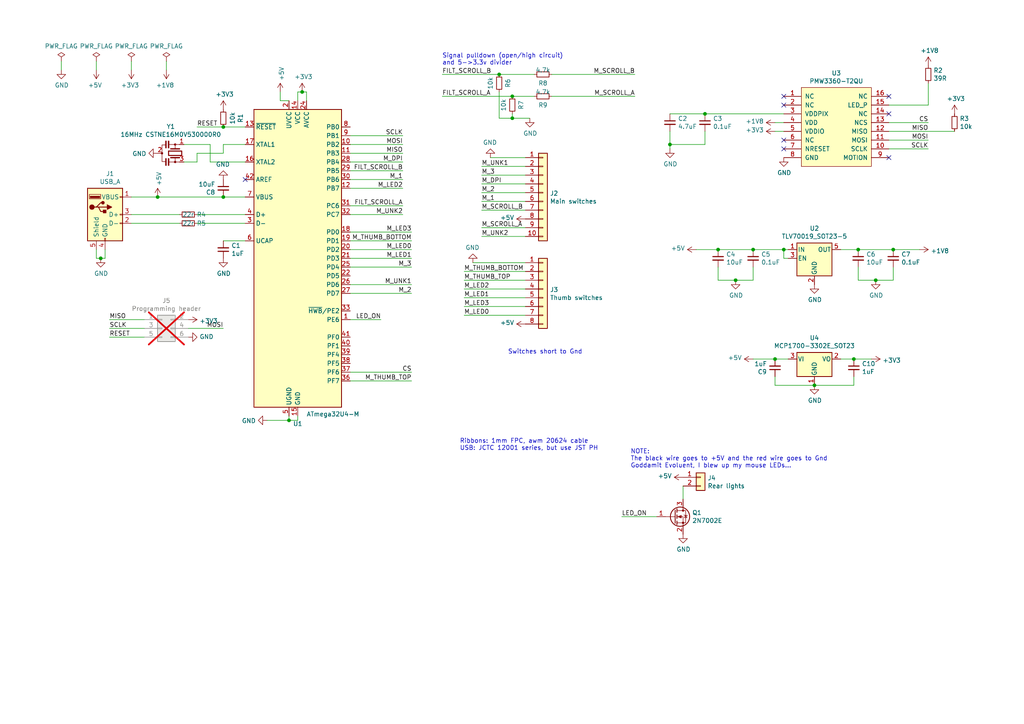
<source format=kicad_sch>
(kicad_sch (version 20230121) (generator eeschema)

  (uuid 8f6b2a42-2332-4bf8-a442-155dfeda61ab)

  (paper "A4")

  (lib_symbols
    (symbol "Connector_Generic:Conn_01x02" (pin_names (offset 1.016) hide) (in_bom yes) (on_board yes)
      (property "Reference" "J" (at 0 2.54 0)
        (effects (font (size 1.27 1.27)))
      )
      (property "Value" "Conn_01x02" (at 0 -5.08 0)
        (effects (font (size 1.27 1.27)))
      )
      (property "Footprint" "" (at 0 0 0)
        (effects (font (size 1.27 1.27)) hide)
      )
      (property "Datasheet" "~" (at 0 0 0)
        (effects (font (size 1.27 1.27)) hide)
      )
      (property "ki_keywords" "connector" (at 0 0 0)
        (effects (font (size 1.27 1.27)) hide)
      )
      (property "ki_description" "Generic connector, single row, 01x02, script generated (kicad-library-utils/schlib/autogen/connector/)" (at 0 0 0)
        (effects (font (size 1.27 1.27)) hide)
      )
      (property "ki_fp_filters" "Connector*:*_1x??_*" (at 0 0 0)
        (effects (font (size 1.27 1.27)) hide)
      )
      (symbol "Conn_01x02_1_1"
        (rectangle (start -1.27 -2.413) (end 0 -2.667)
          (stroke (width 0.1524) (type default))
          (fill (type none))
        )
        (rectangle (start -1.27 0.127) (end 0 -0.127)
          (stroke (width 0.1524) (type default))
          (fill (type none))
        )
        (rectangle (start -1.27 1.27) (end 1.27 -3.81)
          (stroke (width 0.254) (type default))
          (fill (type background))
        )
        (pin passive line (at -5.08 0 0) (length 3.81)
          (name "Pin_1" (effects (font (size 1.27 1.27))))
          (number "1" (effects (font (size 1.27 1.27))))
        )
        (pin passive line (at -5.08 -2.54 0) (length 3.81)
          (name "Pin_2" (effects (font (size 1.27 1.27))))
          (number "2" (effects (font (size 1.27 1.27))))
        )
      )
    )
    (symbol "Connector_Generic:Conn_01x08" (pin_names (offset 1.016) hide) (in_bom yes) (on_board yes)
      (property "Reference" "J" (at 0 10.16 0)
        (effects (font (size 1.27 1.27)))
      )
      (property "Value" "Conn_01x08" (at 0 -12.7 0)
        (effects (font (size 1.27 1.27)))
      )
      (property "Footprint" "" (at 0 0 0)
        (effects (font (size 1.27 1.27)) hide)
      )
      (property "Datasheet" "~" (at 0 0 0)
        (effects (font (size 1.27 1.27)) hide)
      )
      (property "ki_keywords" "connector" (at 0 0 0)
        (effects (font (size 1.27 1.27)) hide)
      )
      (property "ki_description" "Generic connector, single row, 01x08, script generated (kicad-library-utils/schlib/autogen/connector/)" (at 0 0 0)
        (effects (font (size 1.27 1.27)) hide)
      )
      (property "ki_fp_filters" "Connector*:*_1x??_*" (at 0 0 0)
        (effects (font (size 1.27 1.27)) hide)
      )
      (symbol "Conn_01x08_1_1"
        (rectangle (start -1.27 -10.033) (end 0 -10.287)
          (stroke (width 0.1524) (type default))
          (fill (type none))
        )
        (rectangle (start -1.27 -7.493) (end 0 -7.747)
          (stroke (width 0.1524) (type default))
          (fill (type none))
        )
        (rectangle (start -1.27 -4.953) (end 0 -5.207)
          (stroke (width 0.1524) (type default))
          (fill (type none))
        )
        (rectangle (start -1.27 -2.413) (end 0 -2.667)
          (stroke (width 0.1524) (type default))
          (fill (type none))
        )
        (rectangle (start -1.27 0.127) (end 0 -0.127)
          (stroke (width 0.1524) (type default))
          (fill (type none))
        )
        (rectangle (start -1.27 2.667) (end 0 2.413)
          (stroke (width 0.1524) (type default))
          (fill (type none))
        )
        (rectangle (start -1.27 5.207) (end 0 4.953)
          (stroke (width 0.1524) (type default))
          (fill (type none))
        )
        (rectangle (start -1.27 7.747) (end 0 7.493)
          (stroke (width 0.1524) (type default))
          (fill (type none))
        )
        (rectangle (start -1.27 8.89) (end 1.27 -11.43)
          (stroke (width 0.254) (type default))
          (fill (type background))
        )
        (pin passive line (at -5.08 7.62 0) (length 3.81)
          (name "Pin_1" (effects (font (size 1.27 1.27))))
          (number "1" (effects (font (size 1.27 1.27))))
        )
        (pin passive line (at -5.08 5.08 0) (length 3.81)
          (name "Pin_2" (effects (font (size 1.27 1.27))))
          (number "2" (effects (font (size 1.27 1.27))))
        )
        (pin passive line (at -5.08 2.54 0) (length 3.81)
          (name "Pin_3" (effects (font (size 1.27 1.27))))
          (number "3" (effects (font (size 1.27 1.27))))
        )
        (pin passive line (at -5.08 0 0) (length 3.81)
          (name "Pin_4" (effects (font (size 1.27 1.27))))
          (number "4" (effects (font (size 1.27 1.27))))
        )
        (pin passive line (at -5.08 -2.54 0) (length 3.81)
          (name "Pin_5" (effects (font (size 1.27 1.27))))
          (number "5" (effects (font (size 1.27 1.27))))
        )
        (pin passive line (at -5.08 -5.08 0) (length 3.81)
          (name "Pin_6" (effects (font (size 1.27 1.27))))
          (number "6" (effects (font (size 1.27 1.27))))
        )
        (pin passive line (at -5.08 -7.62 0) (length 3.81)
          (name "Pin_7" (effects (font (size 1.27 1.27))))
          (number "7" (effects (font (size 1.27 1.27))))
        )
        (pin passive line (at -5.08 -10.16 0) (length 3.81)
          (name "Pin_8" (effects (font (size 1.27 1.27))))
          (number "8" (effects (font (size 1.27 1.27))))
        )
      )
    )
    (symbol "Connector_Generic:Conn_01x10" (pin_names (offset 1.016) hide) (in_bom yes) (on_board yes)
      (property "Reference" "J" (at 0 12.7 0)
        (effects (font (size 1.27 1.27)))
      )
      (property "Value" "Conn_01x10" (at 0 -15.24 0)
        (effects (font (size 1.27 1.27)))
      )
      (property "Footprint" "" (at 0 0 0)
        (effects (font (size 1.27 1.27)) hide)
      )
      (property "Datasheet" "~" (at 0 0 0)
        (effects (font (size 1.27 1.27)) hide)
      )
      (property "ki_keywords" "connector" (at 0 0 0)
        (effects (font (size 1.27 1.27)) hide)
      )
      (property "ki_description" "Generic connector, single row, 01x10, script generated (kicad-library-utils/schlib/autogen/connector/)" (at 0 0 0)
        (effects (font (size 1.27 1.27)) hide)
      )
      (property "ki_fp_filters" "Connector*:*_1x??_*" (at 0 0 0)
        (effects (font (size 1.27 1.27)) hide)
      )
      (symbol "Conn_01x10_1_1"
        (rectangle (start -1.27 -12.573) (end 0 -12.827)
          (stroke (width 0.1524) (type default))
          (fill (type none))
        )
        (rectangle (start -1.27 -10.033) (end 0 -10.287)
          (stroke (width 0.1524) (type default))
          (fill (type none))
        )
        (rectangle (start -1.27 -7.493) (end 0 -7.747)
          (stroke (width 0.1524) (type default))
          (fill (type none))
        )
        (rectangle (start -1.27 -4.953) (end 0 -5.207)
          (stroke (width 0.1524) (type default))
          (fill (type none))
        )
        (rectangle (start -1.27 -2.413) (end 0 -2.667)
          (stroke (width 0.1524) (type default))
          (fill (type none))
        )
        (rectangle (start -1.27 0.127) (end 0 -0.127)
          (stroke (width 0.1524) (type default))
          (fill (type none))
        )
        (rectangle (start -1.27 2.667) (end 0 2.413)
          (stroke (width 0.1524) (type default))
          (fill (type none))
        )
        (rectangle (start -1.27 5.207) (end 0 4.953)
          (stroke (width 0.1524) (type default))
          (fill (type none))
        )
        (rectangle (start -1.27 7.747) (end 0 7.493)
          (stroke (width 0.1524) (type default))
          (fill (type none))
        )
        (rectangle (start -1.27 10.287) (end 0 10.033)
          (stroke (width 0.1524) (type default))
          (fill (type none))
        )
        (rectangle (start -1.27 11.43) (end 1.27 -13.97)
          (stroke (width 0.254) (type default))
          (fill (type background))
        )
        (pin passive line (at -5.08 10.16 0) (length 3.81)
          (name "Pin_1" (effects (font (size 1.27 1.27))))
          (number "1" (effects (font (size 1.27 1.27))))
        )
        (pin passive line (at -5.08 -12.7 0) (length 3.81)
          (name "Pin_10" (effects (font (size 1.27 1.27))))
          (number "10" (effects (font (size 1.27 1.27))))
        )
        (pin passive line (at -5.08 7.62 0) (length 3.81)
          (name "Pin_2" (effects (font (size 1.27 1.27))))
          (number "2" (effects (font (size 1.27 1.27))))
        )
        (pin passive line (at -5.08 5.08 0) (length 3.81)
          (name "Pin_3" (effects (font (size 1.27 1.27))))
          (number "3" (effects (font (size 1.27 1.27))))
        )
        (pin passive line (at -5.08 2.54 0) (length 3.81)
          (name "Pin_4" (effects (font (size 1.27 1.27))))
          (number "4" (effects (font (size 1.27 1.27))))
        )
        (pin passive line (at -5.08 0 0) (length 3.81)
          (name "Pin_5" (effects (font (size 1.27 1.27))))
          (number "5" (effects (font (size 1.27 1.27))))
        )
        (pin passive line (at -5.08 -2.54 0) (length 3.81)
          (name "Pin_6" (effects (font (size 1.27 1.27))))
          (number "6" (effects (font (size 1.27 1.27))))
        )
        (pin passive line (at -5.08 -5.08 0) (length 3.81)
          (name "Pin_7" (effects (font (size 1.27 1.27))))
          (number "7" (effects (font (size 1.27 1.27))))
        )
        (pin passive line (at -5.08 -7.62 0) (length 3.81)
          (name "Pin_8" (effects (font (size 1.27 1.27))))
          (number "8" (effects (font (size 1.27 1.27))))
        )
        (pin passive line (at -5.08 -10.16 0) (length 3.81)
          (name "Pin_9" (effects (font (size 1.27 1.27))))
          (number "9" (effects (font (size 1.27 1.27))))
        )
      )
    )
    (symbol "Connector_Generic:Conn_02x03_Odd_Even" (pin_names (offset 1.016) hide) (in_bom yes) (on_board yes)
      (property "Reference" "J" (at 1.27 5.08 0)
        (effects (font (size 1.27 1.27)))
      )
      (property "Value" "Conn_02x03_Odd_Even" (at 1.27 -5.08 0)
        (effects (font (size 1.27 1.27)))
      )
      (property "Footprint" "" (at 0 0 0)
        (effects (font (size 1.27 1.27)) hide)
      )
      (property "Datasheet" "~" (at 0 0 0)
        (effects (font (size 1.27 1.27)) hide)
      )
      (property "ki_keywords" "connector" (at 0 0 0)
        (effects (font (size 1.27 1.27)) hide)
      )
      (property "ki_description" "Generic connector, double row, 02x03, odd/even pin numbering scheme (row 1 odd numbers, row 2 even numbers), script generated (kicad-library-utils/schlib/autogen/connector/)" (at 0 0 0)
        (effects (font (size 1.27 1.27)) hide)
      )
      (property "ki_fp_filters" "Connector*:*_2x??_*" (at 0 0 0)
        (effects (font (size 1.27 1.27)) hide)
      )
      (symbol "Conn_02x03_Odd_Even_1_1"
        (rectangle (start -1.27 -2.413) (end 0 -2.667)
          (stroke (width 0.1524) (type default))
          (fill (type none))
        )
        (rectangle (start -1.27 0.127) (end 0 -0.127)
          (stroke (width 0.1524) (type default))
          (fill (type none))
        )
        (rectangle (start -1.27 2.667) (end 0 2.413)
          (stroke (width 0.1524) (type default))
          (fill (type none))
        )
        (rectangle (start -1.27 3.81) (end 3.81 -3.81)
          (stroke (width 0.254) (type default))
          (fill (type background))
        )
        (rectangle (start 3.81 -2.413) (end 2.54 -2.667)
          (stroke (width 0.1524) (type default))
          (fill (type none))
        )
        (rectangle (start 3.81 0.127) (end 2.54 -0.127)
          (stroke (width 0.1524) (type default))
          (fill (type none))
        )
        (rectangle (start 3.81 2.667) (end 2.54 2.413)
          (stroke (width 0.1524) (type default))
          (fill (type none))
        )
        (pin passive line (at -5.08 2.54 0) (length 3.81)
          (name "Pin_1" (effects (font (size 1.27 1.27))))
          (number "1" (effects (font (size 1.27 1.27))))
        )
        (pin passive line (at 7.62 2.54 180) (length 3.81)
          (name "Pin_2" (effects (font (size 1.27 1.27))))
          (number "2" (effects (font (size 1.27 1.27))))
        )
        (pin passive line (at -5.08 0 0) (length 3.81)
          (name "Pin_3" (effects (font (size 1.27 1.27))))
          (number "3" (effects (font (size 1.27 1.27))))
        )
        (pin passive line (at 7.62 0 180) (length 3.81)
          (name "Pin_4" (effects (font (size 1.27 1.27))))
          (number "4" (effects (font (size 1.27 1.27))))
        )
        (pin passive line (at -5.08 -2.54 0) (length 3.81)
          (name "Pin_5" (effects (font (size 1.27 1.27))))
          (number "5" (effects (font (size 1.27 1.27))))
        )
        (pin passive line (at 7.62 -2.54 180) (length 3.81)
          (name "Pin_6" (effects (font (size 1.27 1.27))))
          (number "6" (effects (font (size 1.27 1.27))))
        )
      )
    )
    (symbol "Device:C_Small" (pin_numbers hide) (pin_names (offset 0.254) hide) (in_bom yes) (on_board yes)
      (property "Reference" "C" (at 0.254 1.778 0)
        (effects (font (size 1.27 1.27)) (justify left))
      )
      (property "Value" "C_Small" (at 0.254 -2.032 0)
        (effects (font (size 1.27 1.27)) (justify left))
      )
      (property "Footprint" "" (at 0 0 0)
        (effects (font (size 1.27 1.27)) hide)
      )
      (property "Datasheet" "~" (at 0 0 0)
        (effects (font (size 1.27 1.27)) hide)
      )
      (property "ki_keywords" "capacitor cap" (at 0 0 0)
        (effects (font (size 1.27 1.27)) hide)
      )
      (property "ki_description" "Unpolarized capacitor, small symbol" (at 0 0 0)
        (effects (font (size 1.27 1.27)) hide)
      )
      (property "ki_fp_filters" "C_*" (at 0 0 0)
        (effects (font (size 1.27 1.27)) hide)
      )
      (symbol "C_Small_0_1"
        (polyline
          (pts
            (xy -1.524 -0.508)
            (xy 1.524 -0.508)
          )
          (stroke (width 0.3302) (type default))
          (fill (type none))
        )
        (polyline
          (pts
            (xy -1.524 0.508)
            (xy 1.524 0.508)
          )
          (stroke (width 0.3048) (type default))
          (fill (type none))
        )
      )
      (symbol "C_Small_1_1"
        (pin passive line (at 0 2.54 270) (length 2.032)
          (name "~" (effects (font (size 1.27 1.27))))
          (number "1" (effects (font (size 1.27 1.27))))
        )
        (pin passive line (at 0 -2.54 90) (length 2.032)
          (name "~" (effects (font (size 1.27 1.27))))
          (number "2" (effects (font (size 1.27 1.27))))
        )
      )
    )
    (symbol "Device:R_Small" (pin_numbers hide) (pin_names (offset 0.254) hide) (in_bom yes) (on_board yes)
      (property "Reference" "R" (at 0.762 0.508 0)
        (effects (font (size 1.27 1.27)) (justify left))
      )
      (property "Value" "R_Small" (at 0.762 -1.016 0)
        (effects (font (size 1.27 1.27)) (justify left))
      )
      (property "Footprint" "" (at 0 0 0)
        (effects (font (size 1.27 1.27)) hide)
      )
      (property "Datasheet" "~" (at 0 0 0)
        (effects (font (size 1.27 1.27)) hide)
      )
      (property "ki_keywords" "R resistor" (at 0 0 0)
        (effects (font (size 1.27 1.27)) hide)
      )
      (property "ki_description" "Resistor, small symbol" (at 0 0 0)
        (effects (font (size 1.27 1.27)) hide)
      )
      (property "ki_fp_filters" "R_*" (at 0 0 0)
        (effects (font (size 1.27 1.27)) hide)
      )
      (symbol "R_Small_0_1"
        (rectangle (start -0.762 1.778) (end 0.762 -1.778)
          (stroke (width 0.2032) (type default))
          (fill (type none))
        )
      )
      (symbol "R_Small_1_1"
        (pin passive line (at 0 2.54 270) (length 0.762)
          (name "~" (effects (font (size 1.27 1.27))))
          (number "1" (effects (font (size 1.27 1.27))))
        )
        (pin passive line (at 0 -2.54 90) (length 0.762)
          (name "~" (effects (font (size 1.27 1.27))))
          (number "2" (effects (font (size 1.27 1.27))))
        )
      )
    )
    (symbol "Device:Resonator_Small" (pin_names (offset 1.016) hide) (in_bom yes) (on_board yes)
      (property "Reference" "Y" (at 3.175 1.905 0)
        (effects (font (size 1.27 1.27)) (justify left))
      )
      (property "Value" "Resonator_Small" (at 3.175 0 0)
        (effects (font (size 1.27 1.27)) (justify left))
      )
      (property "Footprint" "" (at -0.635 0 0)
        (effects (font (size 1.27 1.27)) hide)
      )
      (property "Datasheet" "~" (at -0.635 0 0)
        (effects (font (size 1.27 1.27)) hide)
      )
      (property "ki_keywords" "ceramic resonator" (at 0 0 0)
        (effects (font (size 1.27 1.27)) hide)
      )
      (property "ki_description" "Three pin ceramic resonator, small symbol" (at 0 0 0)
        (effects (font (size 1.27 1.27)) hide)
      )
      (property "ki_fp_filters" "Filter* Resonator*" (at 0 0 0)
        (effects (font (size 1.27 1.27)) hide)
      )
      (symbol "Resonator_Small_0_1"
        (rectangle (start -3.556 -2.54) (end -1.524 -2.794)
          (stroke (width 0) (type default))
          (fill (type outline))
        )
        (rectangle (start -3.556 -1.778) (end -1.524 -2.032)
          (stroke (width 0) (type default))
          (fill (type outline))
        )
        (circle (center -2.54 0) (radius 0.254)
          (stroke (width 0) (type default))
          (fill (type outline))
        )
        (rectangle (start -0.635 1.905) (end 0.635 -1.905)
          (stroke (width 0.3048) (type default))
          (fill (type none))
        )
        (circle (center 0 -3.81) (radius 0.254)
          (stroke (width 0) (type default))
          (fill (type outline))
        )
        (polyline
          (pts
            (xy -2.54 -1.778)
            (xy -2.54 0)
          )
          (stroke (width 0) (type default))
          (fill (type none))
        )
        (polyline
          (pts
            (xy -2.54 0)
            (xy -1.397 0)
          )
          (stroke (width 0) (type default))
          (fill (type none))
        )
        (polyline
          (pts
            (xy -2.54 1.27)
            (xy -2.54 0)
          )
          (stroke (width 0) (type default))
          (fill (type none))
        )
        (polyline
          (pts
            (xy -1.27 -1.27)
            (xy -1.27 1.27)
          )
          (stroke (width 0.381) (type default))
          (fill (type none))
        )
        (polyline
          (pts
            (xy 1.27 -1.27)
            (xy 1.27 1.27)
          )
          (stroke (width 0.381) (type default))
          (fill (type none))
        )
        (polyline
          (pts
            (xy 1.27 0)
            (xy 2.54 0)
          )
          (stroke (width 0) (type default))
          (fill (type none))
        )
        (polyline
          (pts
            (xy 2.54 0)
            (xy 2.54 -1.778)
          )
          (stroke (width 0) (type default))
          (fill (type none))
        )
        (polyline
          (pts
            (xy 2.54 1.27)
            (xy 2.54 0)
          )
          (stroke (width 0) (type default))
          (fill (type none))
        )
        (polyline
          (pts
            (xy 2.413 -2.794)
            (xy 2.413 -3.81)
            (xy -2.413 -3.81)
            (xy -2.413 -2.667)
          )
          (stroke (width 0) (type default))
          (fill (type none))
        )
        (rectangle (start 1.524 -2.54) (end 3.556 -2.794)
          (stroke (width 0) (type default))
          (fill (type outline))
        )
        (rectangle (start 1.524 -1.778) (end 3.556 -2.032)
          (stroke (width 0) (type default))
          (fill (type outline))
        )
        (circle (center 2.54 0) (radius 0.254)
          (stroke (width 0) (type default))
          (fill (type outline))
        )
      )
      (symbol "Resonator_Small_1_1"
        (pin passive line (at -2.54 2.54 270) (length 1.27)
          (name "1" (effects (font (size 1.27 1.27))))
          (number "1" (effects (font (size 1.27 1.27))))
        )
        (pin passive line (at 0 -5.08 90) (length 1.27)
          (name "2" (effects (font (size 1.27 1.27))))
          (number "2" (effects (font (size 1.27 1.27))))
        )
        (pin passive line (at 2.54 2.54 270) (length 1.27)
          (name "3" (effects (font (size 1.27 1.27))))
          (number "3" (effects (font (size 1.27 1.27))))
        )
      )
    )
    (symbol "MCU_Microchip_ATmega:ATmega32U4-M" (in_bom yes) (on_board yes)
      (property "Reference" "U" (at -12.7 44.45 0)
        (effects (font (size 1.27 1.27)) (justify left bottom))
      )
      (property "Value" "ATmega32U4-M" (at 2.54 -44.45 0)
        (effects (font (size 1.27 1.27)) (justify left top))
      )
      (property "Footprint" "Package_DFN_QFN:QFN-44-1EP_7x7mm_P0.5mm_EP5.2x5.2mm" (at 0 0 0)
        (effects (font (size 1.27 1.27) italic) hide)
      )
      (property "Datasheet" "http://ww1.microchip.com/downloads/en/DeviceDoc/Atmel-7766-8-bit-AVR-ATmega16U4-32U4_Datasheet.pdf" (at 0 0 0)
        (effects (font (size 1.27 1.27)) hide)
      )
      (property "ki_keywords" "AVR 8bit Microcontroller MegaAVR USB" (at 0 0 0)
        (effects (font (size 1.27 1.27)) hide)
      )
      (property "ki_description" "16MHz, 32kB Flash, 2.5kB SRAM, 1kB EEPROM, USB 2.0, QFN-44" (at 0 0 0)
        (effects (font (size 1.27 1.27)) hide)
      )
      (property "ki_fp_filters" "QFN*1EP*7x7mm*P0.5mm*" (at 0 0 0)
        (effects (font (size 1.27 1.27)) hide)
      )
      (symbol "ATmega32U4-M_0_1"
        (rectangle (start -12.7 -43.18) (end 12.7 43.18)
          (stroke (width 0.254) (type default))
          (fill (type background))
        )
      )
      (symbol "ATmega32U4-M_1_1"
        (pin bidirectional line (at 15.24 -17.78 180) (length 2.54)
          (name "PE6" (effects (font (size 1.27 1.27))))
          (number "1" (effects (font (size 1.27 1.27))))
        )
        (pin bidirectional line (at 15.24 33.02 180) (length 2.54)
          (name "PB2" (effects (font (size 1.27 1.27))))
          (number "10" (effects (font (size 1.27 1.27))))
        )
        (pin bidirectional line (at 15.24 30.48 180) (length 2.54)
          (name "PB3" (effects (font (size 1.27 1.27))))
          (number "11" (effects (font (size 1.27 1.27))))
        )
        (pin bidirectional line (at 15.24 20.32 180) (length 2.54)
          (name "PB7" (effects (font (size 1.27 1.27))))
          (number "12" (effects (font (size 1.27 1.27))))
        )
        (pin input line (at -15.24 38.1 0) (length 2.54)
          (name "~{RESET}" (effects (font (size 1.27 1.27))))
          (number "13" (effects (font (size 1.27 1.27))))
        )
        (pin power_in line (at 0 45.72 270) (length 2.54)
          (name "VCC" (effects (font (size 1.27 1.27))))
          (number "14" (effects (font (size 1.27 1.27))))
        )
        (pin power_in line (at 0 -45.72 90) (length 2.54)
          (name "GND" (effects (font (size 1.27 1.27))))
          (number "15" (effects (font (size 1.27 1.27))))
        )
        (pin output line (at -15.24 27.94 0) (length 2.54)
          (name "XTAL2" (effects (font (size 1.27 1.27))))
          (number "16" (effects (font (size 1.27 1.27))))
        )
        (pin input line (at -15.24 33.02 0) (length 2.54)
          (name "XTAL1" (effects (font (size 1.27 1.27))))
          (number "17" (effects (font (size 1.27 1.27))))
        )
        (pin bidirectional line (at 15.24 7.62 180) (length 2.54)
          (name "PD0" (effects (font (size 1.27 1.27))))
          (number "18" (effects (font (size 1.27 1.27))))
        )
        (pin bidirectional line (at 15.24 5.08 180) (length 2.54)
          (name "PD1" (effects (font (size 1.27 1.27))))
          (number "19" (effects (font (size 1.27 1.27))))
        )
        (pin power_in line (at -2.54 45.72 270) (length 2.54)
          (name "UVCC" (effects (font (size 1.27 1.27))))
          (number "2" (effects (font (size 1.27 1.27))))
        )
        (pin bidirectional line (at 15.24 2.54 180) (length 2.54)
          (name "PD2" (effects (font (size 1.27 1.27))))
          (number "20" (effects (font (size 1.27 1.27))))
        )
        (pin bidirectional line (at 15.24 0 180) (length 2.54)
          (name "PD3" (effects (font (size 1.27 1.27))))
          (number "21" (effects (font (size 1.27 1.27))))
        )
        (pin bidirectional line (at 15.24 -5.08 180) (length 2.54)
          (name "PD5" (effects (font (size 1.27 1.27))))
          (number "22" (effects (font (size 1.27 1.27))))
        )
        (pin passive line (at 0 -45.72 90) (length 2.54) hide
          (name "GND" (effects (font (size 1.27 1.27))))
          (number "23" (effects (font (size 1.27 1.27))))
        )
        (pin power_in line (at 2.54 45.72 270) (length 2.54)
          (name "AVCC" (effects (font (size 1.27 1.27))))
          (number "24" (effects (font (size 1.27 1.27))))
        )
        (pin bidirectional line (at 15.24 -2.54 180) (length 2.54)
          (name "PD4" (effects (font (size 1.27 1.27))))
          (number "25" (effects (font (size 1.27 1.27))))
        )
        (pin bidirectional line (at 15.24 -7.62 180) (length 2.54)
          (name "PD6" (effects (font (size 1.27 1.27))))
          (number "26" (effects (font (size 1.27 1.27))))
        )
        (pin bidirectional line (at 15.24 -10.16 180) (length 2.54)
          (name "PD7" (effects (font (size 1.27 1.27))))
          (number "27" (effects (font (size 1.27 1.27))))
        )
        (pin bidirectional line (at 15.24 27.94 180) (length 2.54)
          (name "PB4" (effects (font (size 1.27 1.27))))
          (number "28" (effects (font (size 1.27 1.27))))
        )
        (pin bidirectional line (at 15.24 25.4 180) (length 2.54)
          (name "PB5" (effects (font (size 1.27 1.27))))
          (number "29" (effects (font (size 1.27 1.27))))
        )
        (pin bidirectional line (at -15.24 10.16 0) (length 2.54)
          (name "D-" (effects (font (size 1.27 1.27))))
          (number "3" (effects (font (size 1.27 1.27))))
        )
        (pin bidirectional line (at 15.24 22.86 180) (length 2.54)
          (name "PB6" (effects (font (size 1.27 1.27))))
          (number "30" (effects (font (size 1.27 1.27))))
        )
        (pin bidirectional line (at 15.24 15.24 180) (length 2.54)
          (name "PC6" (effects (font (size 1.27 1.27))))
          (number "31" (effects (font (size 1.27 1.27))))
        )
        (pin bidirectional line (at 15.24 12.7 180) (length 2.54)
          (name "PC7" (effects (font (size 1.27 1.27))))
          (number "32" (effects (font (size 1.27 1.27))))
        )
        (pin bidirectional line (at 15.24 -15.24 180) (length 2.54)
          (name "~{HWB}/PE2" (effects (font (size 1.27 1.27))))
          (number "33" (effects (font (size 1.27 1.27))))
        )
        (pin passive line (at 0 45.72 270) (length 2.54) hide
          (name "VCC" (effects (font (size 1.27 1.27))))
          (number "34" (effects (font (size 1.27 1.27))))
        )
        (pin passive line (at 0 -45.72 90) (length 2.54) hide
          (name "GND" (effects (font (size 1.27 1.27))))
          (number "35" (effects (font (size 1.27 1.27))))
        )
        (pin bidirectional line (at 15.24 -35.56 180) (length 2.54)
          (name "PF7" (effects (font (size 1.27 1.27))))
          (number "36" (effects (font (size 1.27 1.27))))
        )
        (pin bidirectional line (at 15.24 -33.02 180) (length 2.54)
          (name "PF6" (effects (font (size 1.27 1.27))))
          (number "37" (effects (font (size 1.27 1.27))))
        )
        (pin bidirectional line (at 15.24 -30.48 180) (length 2.54)
          (name "PF5" (effects (font (size 1.27 1.27))))
          (number "38" (effects (font (size 1.27 1.27))))
        )
        (pin bidirectional line (at 15.24 -27.94 180) (length 2.54)
          (name "PF4" (effects (font (size 1.27 1.27))))
          (number "39" (effects (font (size 1.27 1.27))))
        )
        (pin bidirectional line (at -15.24 12.7 0) (length 2.54)
          (name "D+" (effects (font (size 1.27 1.27))))
          (number "4" (effects (font (size 1.27 1.27))))
        )
        (pin bidirectional line (at 15.24 -25.4 180) (length 2.54)
          (name "PF1" (effects (font (size 1.27 1.27))))
          (number "40" (effects (font (size 1.27 1.27))))
        )
        (pin bidirectional line (at 15.24 -22.86 180) (length 2.54)
          (name "PF0" (effects (font (size 1.27 1.27))))
          (number "41" (effects (font (size 1.27 1.27))))
        )
        (pin passive line (at -15.24 22.86 0) (length 2.54)
          (name "AREF" (effects (font (size 1.27 1.27))))
          (number "42" (effects (font (size 1.27 1.27))))
        )
        (pin passive line (at 0 -45.72 90) (length 2.54) hide
          (name "GND" (effects (font (size 1.27 1.27))))
          (number "43" (effects (font (size 1.27 1.27))))
        )
        (pin passive line (at 2.54 45.72 270) (length 2.54) hide
          (name "AVCC" (effects (font (size 1.27 1.27))))
          (number "44" (effects (font (size 1.27 1.27))))
        )
        (pin passive line (at 0 -45.72 90) (length 2.54) hide
          (name "GND" (effects (font (size 1.27 1.27))))
          (number "45" (effects (font (size 1.27 1.27))))
        )
        (pin passive line (at -2.54 -45.72 90) (length 2.54)
          (name "UGND" (effects (font (size 1.27 1.27))))
          (number "5" (effects (font (size 1.27 1.27))))
        )
        (pin passive line (at -15.24 5.08 0) (length 2.54)
          (name "UCAP" (effects (font (size 1.27 1.27))))
          (number "6" (effects (font (size 1.27 1.27))))
        )
        (pin input line (at -15.24 17.78 0) (length 2.54)
          (name "VBUS" (effects (font (size 1.27 1.27))))
          (number "7" (effects (font (size 1.27 1.27))))
        )
        (pin bidirectional line (at 15.24 38.1 180) (length 2.54)
          (name "PB0" (effects (font (size 1.27 1.27))))
          (number "8" (effects (font (size 1.27 1.27))))
        )
        (pin bidirectional line (at 15.24 35.56 180) (length 2.54)
          (name "PB1" (effects (font (size 1.27 1.27))))
          (number "9" (effects (font (size 1.27 1.27))))
        )
      )
    )
    (symbol "PMW3360-T2QU:PMW3360-T2QU" (pin_names (offset 1.016)) (in_bom yes) (on_board yes)
      (property "Reference" "U" (at 0 0 0)
        (effects (font (size 1.27 1.27)))
      )
      (property "Value" "PMW3360-T2QU" (at 0 -12.7 0)
        (effects (font (size 1.27 1.27)))
      )
      (property "Footprint" "" (at -6.35 0 0)
        (effects (font (size 1.27 1.27)) hide)
      )
      (property "Datasheet" "" (at -6.35 0 0)
        (effects (font (size 1.27 1.27)) hide)
      )
      (symbol "PMW3360-T2QU_0_1"
        (rectangle (start -10.16 11.43) (end 10.16 -11.43)
          (stroke (width 0) (type solid))
          (fill (type background))
        )
      )
      (symbol "PMW3360-T2QU_1_1"
        (pin input line (at -15.24 8.89 0) (length 5.08)
          (name "NC" (effects (font (size 1.27 1.27))))
          (number "1" (effects (font (size 1.27 1.27))))
        )
        (pin input line (at 15.24 -6.35 180) (length 5.08)
          (name "SCLK" (effects (font (size 1.27 1.27))))
          (number "10" (effects (font (size 1.27 1.27))))
        )
        (pin input line (at 15.24 -3.81 180) (length 5.08)
          (name "MOSI" (effects (font (size 1.27 1.27))))
          (number "11" (effects (font (size 1.27 1.27))))
        )
        (pin input line (at 15.24 -1.27 180) (length 5.08)
          (name "MISO" (effects (font (size 1.27 1.27))))
          (number "12" (effects (font (size 1.27 1.27))))
        )
        (pin input line (at 15.24 1.27 180) (length 5.08)
          (name "NCS" (effects (font (size 1.27 1.27))))
          (number "13" (effects (font (size 1.27 1.27))))
        )
        (pin input line (at 15.24 3.81 180) (length 5.08)
          (name "NC" (effects (font (size 1.27 1.27))))
          (number "14" (effects (font (size 1.27 1.27))))
        )
        (pin input line (at 15.24 6.35 180) (length 5.08)
          (name "LED_P" (effects (font (size 1.27 1.27))))
          (number "15" (effects (font (size 1.27 1.27))))
        )
        (pin input line (at 15.24 8.89 180) (length 5.08)
          (name "NC" (effects (font (size 1.27 1.27))))
          (number "16" (effects (font (size 1.27 1.27))))
        )
        (pin input line (at -15.24 6.35 0) (length 5.08)
          (name "NC" (effects (font (size 1.27 1.27))))
          (number "2" (effects (font (size 1.27 1.27))))
        )
        (pin input line (at -15.24 3.81 0) (length 5.08)
          (name "VDDPIX" (effects (font (size 1.27 1.27))))
          (number "3" (effects (font (size 1.27 1.27))))
        )
        (pin input line (at -15.24 1.27 0) (length 5.08)
          (name "VDD" (effects (font (size 1.27 1.27))))
          (number "4" (effects (font (size 1.27 1.27))))
        )
        (pin input line (at -15.24 -1.27 0) (length 5.08)
          (name "VDDIO" (effects (font (size 1.27 1.27))))
          (number "5" (effects (font (size 1.27 1.27))))
        )
        (pin input line (at -15.24 -3.81 0) (length 5.08)
          (name "NC" (effects (font (size 1.27 1.27))))
          (number "6" (effects (font (size 1.27 1.27))))
        )
        (pin input line (at -15.24 -6.35 0) (length 5.08)
          (name "NRESET" (effects (font (size 1.27 1.27))))
          (number "7" (effects (font (size 1.27 1.27))))
        )
        (pin input line (at -15.24 -8.89 0) (length 5.08)
          (name "GND" (effects (font (size 1.27 1.27))))
          (number "8" (effects (font (size 1.27 1.27))))
        )
        (pin input line (at 15.24 -8.89 180) (length 5.08)
          (name "MOTION" (effects (font (size 1.27 1.27))))
          (number "9" (effects (font (size 1.27 1.27))))
        )
      )
    )
    (symbol "Regulator_Linear:TLV70019_SOT23-5" (pin_names (offset 0.254)) (in_bom yes) (on_board yes)
      (property "Reference" "U" (at -3.81 5.715 0)
        (effects (font (size 1.27 1.27)))
      )
      (property "Value" "TLV70019_SOT23-5" (at 0 5.715 0)
        (effects (font (size 1.27 1.27)) (justify left))
      )
      (property "Footprint" "Package_TO_SOT_SMD:SOT-23-5" (at 0 8.255 0)
        (effects (font (size 1.27 1.27) italic) hide)
      )
      (property "Datasheet" "http://www.ti.com/lit/ds/symlink/tlv700.pdf" (at 0 1.27 0)
        (effects (font (size 1.27 1.27)) hide)
      )
      (property "ki_keywords" "200mA LDO Regulator Fixed Positive" (at 0 0 0)
        (effects (font (size 1.27 1.27)) hide)
      )
      (property "ki_description" "200mA Low Dropout Voltage Regulator, Fixed Output 1.9V, SOT-23-5" (at 0 0 0)
        (effects (font (size 1.27 1.27)) hide)
      )
      (property "ki_fp_filters" "SOT?23*" (at 0 0 0)
        (effects (font (size 1.27 1.27)) hide)
      )
      (symbol "TLV70019_SOT23-5_0_1"
        (rectangle (start -5.08 4.445) (end 5.08 -5.08)
          (stroke (width 0.254) (type default))
          (fill (type background))
        )
      )
      (symbol "TLV70019_SOT23-5_1_1"
        (pin power_in line (at -7.62 2.54 0) (length 2.54)
          (name "IN" (effects (font (size 1.27 1.27))))
          (number "1" (effects (font (size 1.27 1.27))))
        )
        (pin power_in line (at 0 -7.62 90) (length 2.54)
          (name "GND" (effects (font (size 1.27 1.27))))
          (number "2" (effects (font (size 1.27 1.27))))
        )
        (pin input line (at -7.62 0 0) (length 2.54)
          (name "EN" (effects (font (size 1.27 1.27))))
          (number "3" (effects (font (size 1.27 1.27))))
        )
        (pin no_connect line (at 5.08 0 180) (length 2.54) hide
          (name "NC" (effects (font (size 1.27 1.27))))
          (number "4" (effects (font (size 1.27 1.27))))
        )
        (pin power_out line (at 7.62 2.54 180) (length 2.54)
          (name "OUT" (effects (font (size 1.27 1.27))))
          (number "5" (effects (font (size 1.27 1.27))))
        )
      )
    )
    (symbol "Transistor_FET:2N7002E" (pin_names hide) (in_bom yes) (on_board yes)
      (property "Reference" "Q" (at 5.08 1.905 0)
        (effects (font (size 1.27 1.27)) (justify left))
      )
      (property "Value" "2N7002E" (at 5.08 0 0)
        (effects (font (size 1.27 1.27)) (justify left))
      )
      (property "Footprint" "Package_TO_SOT_SMD:SOT-23" (at 5.08 -1.905 0)
        (effects (font (size 1.27 1.27) italic) (justify left) hide)
      )
      (property "Datasheet" "http://www.diodes.com/assets/Datasheets/ds30376.pdf" (at 0 0 0)
        (effects (font (size 1.27 1.27)) (justify left) hide)
      )
      (property "ki_keywords" "N-Channel MOSFET" (at 0 0 0)
        (effects (font (size 1.27 1.27)) hide)
      )
      (property "ki_description" "0.24A Id, 60V Vds, N-Channel MOSFET, SOT-23" (at 0 0 0)
        (effects (font (size 1.27 1.27)) hide)
      )
      (property "ki_fp_filters" "SOT?23*" (at 0 0 0)
        (effects (font (size 1.27 1.27)) hide)
      )
      (symbol "2N7002E_0_1"
        (polyline
          (pts
            (xy 0.254 0)
            (xy -2.54 0)
          )
          (stroke (width 0) (type default))
          (fill (type none))
        )
        (polyline
          (pts
            (xy 0.254 1.905)
            (xy 0.254 -1.905)
          )
          (stroke (width 0.254) (type default))
          (fill (type none))
        )
        (polyline
          (pts
            (xy 0.762 -1.27)
            (xy 0.762 -2.286)
          )
          (stroke (width 0.254) (type default))
          (fill (type none))
        )
        (polyline
          (pts
            (xy 0.762 0.508)
            (xy 0.762 -0.508)
          )
          (stroke (width 0.254) (type default))
          (fill (type none))
        )
        (polyline
          (pts
            (xy 0.762 2.286)
            (xy 0.762 1.27)
          )
          (stroke (width 0.254) (type default))
          (fill (type none))
        )
        (polyline
          (pts
            (xy 2.54 2.54)
            (xy 2.54 1.778)
          )
          (stroke (width 0) (type default))
          (fill (type none))
        )
        (polyline
          (pts
            (xy 2.54 -2.54)
            (xy 2.54 0)
            (xy 0.762 0)
          )
          (stroke (width 0) (type default))
          (fill (type none))
        )
        (polyline
          (pts
            (xy 0.762 -1.778)
            (xy 3.302 -1.778)
            (xy 3.302 1.778)
            (xy 0.762 1.778)
          )
          (stroke (width 0) (type default))
          (fill (type none))
        )
        (polyline
          (pts
            (xy 1.016 0)
            (xy 2.032 0.381)
            (xy 2.032 -0.381)
            (xy 1.016 0)
          )
          (stroke (width 0) (type default))
          (fill (type outline))
        )
        (polyline
          (pts
            (xy 2.794 0.508)
            (xy 2.921 0.381)
            (xy 3.683 0.381)
            (xy 3.81 0.254)
          )
          (stroke (width 0) (type default))
          (fill (type none))
        )
        (polyline
          (pts
            (xy 3.302 0.381)
            (xy 2.921 -0.254)
            (xy 3.683 -0.254)
            (xy 3.302 0.381)
          )
          (stroke (width 0) (type default))
          (fill (type none))
        )
        (circle (center 1.651 0) (radius 2.794)
          (stroke (width 0.254) (type default))
          (fill (type none))
        )
        (circle (center 2.54 -1.778) (radius 0.254)
          (stroke (width 0) (type default))
          (fill (type outline))
        )
        (circle (center 2.54 1.778) (radius 0.254)
          (stroke (width 0) (type default))
          (fill (type outline))
        )
      )
      (symbol "2N7002E_1_1"
        (pin input line (at -5.08 0 0) (length 2.54)
          (name "G" (effects (font (size 1.27 1.27))))
          (number "1" (effects (font (size 1.27 1.27))))
        )
        (pin passive line (at 2.54 -5.08 90) (length 2.54)
          (name "S" (effects (font (size 1.27 1.27))))
          (number "2" (effects (font (size 1.27 1.27))))
        )
        (pin passive line (at 2.54 5.08 270) (length 2.54)
          (name "D" (effects (font (size 1.27 1.27))))
          (number "3" (effects (font (size 1.27 1.27))))
        )
      )
    )
    (symbol "evoluent-rescue:MCP1700-3302E_SOT23-Regulator_Linear" (pin_names (offset 0.254)) (in_bom yes) (on_board yes)
      (property "Reference" "U" (at -3.81 3.175 0)
        (effects (font (size 1.27 1.27)))
      )
      (property "Value" "Regulator_Linear_MCP1700-3302E_SOT23" (at 0 3.175 0)
        (effects (font (size 1.27 1.27)) (justify left))
      )
      (property "Footprint" "Package_TO_SOT_SMD:SOT-23" (at 0 5.715 0)
        (effects (font (size 1.27 1.27)) hide)
      )
      (property "Datasheet" "" (at 0 0 0)
        (effects (font (size 1.27 1.27)) hide)
      )
      (property "ki_fp_filters" "SOT?23*" (at 0 0 0)
        (effects (font (size 1.27 1.27)) hide)
      )
      (symbol "MCP1700-3302E_SOT23-Regulator_Linear_0_1"
        (rectangle (start -5.08 1.905) (end 5.08 -5.08)
          (stroke (width 0.254) (type solid))
          (fill (type background))
        )
      )
      (symbol "MCP1700-3302E_SOT23-Regulator_Linear_1_1"
        (pin power_in line (at 0 -7.62 90) (length 2.54)
          (name "GND" (effects (font (size 1.27 1.27))))
          (number "1" (effects (font (size 1.27 1.27))))
        )
        (pin power_out line (at 7.62 0 180) (length 2.54)
          (name "VO" (effects (font (size 1.27 1.27))))
          (number "2" (effects (font (size 1.27 1.27))))
        )
        (pin power_in line (at -7.62 0 0) (length 2.54)
          (name "VI" (effects (font (size 1.27 1.27))))
          (number "3" (effects (font (size 1.27 1.27))))
        )
      )
    )
    (symbol "evoluent-rescue:USB_A-Connector" (pin_names (offset 1.016)) (in_bom yes) (on_board yes)
      (property "Reference" "J" (at -5.08 11.43 0)
        (effects (font (size 1.27 1.27)) (justify left))
      )
      (property "Value" "USB_A-Connector" (at -5.08 8.89 0)
        (effects (font (size 1.27 1.27)) (justify left))
      )
      (property "Footprint" "" (at 3.81 -1.27 0)
        (effects (font (size 1.27 1.27)) hide)
      )
      (property "Datasheet" "" (at 3.81 -1.27 0)
        (effects (font (size 1.27 1.27)) hide)
      )
      (property "ki_fp_filters" "USB*" (at 0 0 0)
        (effects (font (size 1.27 1.27)) hide)
      )
      (symbol "USB_A-Connector_0_1"
        (rectangle (start -5.08 -7.62) (end 5.08 7.62)
          (stroke (width 0.254) (type solid))
          (fill (type background))
        )
        (circle (center -3.81 2.159) (radius 0.635)
          (stroke (width 0.254) (type solid))
          (fill (type outline))
        )
        (rectangle (start -1.524 4.826) (end -4.318 5.334)
          (stroke (width 0) (type solid))
          (fill (type outline))
        )
        (rectangle (start -1.27 4.572) (end -4.572 5.842)
          (stroke (width 0) (type solid))
          (fill (type none))
        )
        (circle (center -0.635 3.429) (radius 0.381)
          (stroke (width 0.254) (type solid))
          (fill (type outline))
        )
        (rectangle (start -0.127 -7.62) (end 0.127 -6.858)
          (stroke (width 0) (type solid))
          (fill (type none))
        )
        (polyline
          (pts
            (xy -3.175 2.159)
            (xy -2.54 2.159)
            (xy -1.27 3.429)
            (xy -0.635 3.429)
          )
          (stroke (width 0.254) (type solid))
          (fill (type none))
        )
        (polyline
          (pts
            (xy -2.54 2.159)
            (xy -1.905 2.159)
            (xy -1.27 0.889)
            (xy 0 0.889)
          )
          (stroke (width 0.254) (type solid))
          (fill (type none))
        )
        (polyline
          (pts
            (xy 0.635 2.794)
            (xy 0.635 1.524)
            (xy 1.905 2.159)
            (xy 0.635 2.794)
          )
          (stroke (width 0.254) (type solid))
          (fill (type outline))
        )
        (rectangle (start 0.254 1.27) (end -0.508 0.508)
          (stroke (width 0.254) (type solid))
          (fill (type outline))
        )
        (rectangle (start 5.08 -2.667) (end 4.318 -2.413)
          (stroke (width 0) (type solid))
          (fill (type none))
        )
        (rectangle (start 5.08 -0.127) (end 4.318 0.127)
          (stroke (width 0) (type solid))
          (fill (type none))
        )
        (rectangle (start 5.08 4.953) (end 4.318 5.207)
          (stroke (width 0) (type solid))
          (fill (type none))
        )
      )
      (symbol "USB_A-Connector_1_1"
        (polyline
          (pts
            (xy -1.905 2.159)
            (xy 0.635 2.159)
          )
          (stroke (width 0.254) (type solid))
          (fill (type none))
        )
        (pin power_in line (at 7.62 5.08 180) (length 2.54)
          (name "VBUS" (effects (font (size 1.27 1.27))))
          (number "1" (effects (font (size 1.27 1.27))))
        )
        (pin passive line (at 7.62 -2.54 180) (length 2.54)
          (name "D-" (effects (font (size 1.27 1.27))))
          (number "2" (effects (font (size 1.27 1.27))))
        )
        (pin passive line (at 7.62 0 180) (length 2.54)
          (name "D+" (effects (font (size 1.27 1.27))))
          (number "3" (effects (font (size 1.27 1.27))))
        )
        (pin power_in line (at 0 -10.16 90) (length 2.54)
          (name "GND" (effects (font (size 1.27 1.27))))
          (number "4" (effects (font (size 1.27 1.27))))
        )
        (pin passive line (at -2.54 -10.16 90) (length 2.54)
          (name "Shield" (effects (font (size 1.27 1.27))))
          (number "5" (effects (font (size 1.27 1.27))))
        )
      )
    )
    (symbol "power:+1V8" (power) (pin_names (offset 0)) (in_bom yes) (on_board yes)
      (property "Reference" "#PWR" (at 0 -3.81 0)
        (effects (font (size 1.27 1.27)) hide)
      )
      (property "Value" "+1V8" (at 0 3.556 0)
        (effects (font (size 1.27 1.27)))
      )
      (property "Footprint" "" (at 0 0 0)
        (effects (font (size 1.27 1.27)) hide)
      )
      (property "Datasheet" "" (at 0 0 0)
        (effects (font (size 1.27 1.27)) hide)
      )
      (property "ki_keywords" "global power" (at 0 0 0)
        (effects (font (size 1.27 1.27)) hide)
      )
      (property "ki_description" "Power symbol creates a global label with name \"+1V8\"" (at 0 0 0)
        (effects (font (size 1.27 1.27)) hide)
      )
      (symbol "+1V8_0_1"
        (polyline
          (pts
            (xy -0.762 1.27)
            (xy 0 2.54)
          )
          (stroke (width 0) (type default))
          (fill (type none))
        )
        (polyline
          (pts
            (xy 0 0)
            (xy 0 2.54)
          )
          (stroke (width 0) (type default))
          (fill (type none))
        )
        (polyline
          (pts
            (xy 0 2.54)
            (xy 0.762 1.27)
          )
          (stroke (width 0) (type default))
          (fill (type none))
        )
      )
      (symbol "+1V8_1_1"
        (pin power_in line (at 0 0 90) (length 0) hide
          (name "+1V8" (effects (font (size 1.27 1.27))))
          (number "1" (effects (font (size 1.27 1.27))))
        )
      )
    )
    (symbol "power:+3V3" (power) (pin_names (offset 0)) (in_bom yes) (on_board yes)
      (property "Reference" "#PWR" (at 0 -3.81 0)
        (effects (font (size 1.27 1.27)) hide)
      )
      (property "Value" "+3V3" (at 0 3.556 0)
        (effects (font (size 1.27 1.27)))
      )
      (property "Footprint" "" (at 0 0 0)
        (effects (font (size 1.27 1.27)) hide)
      )
      (property "Datasheet" "" (at 0 0 0)
        (effects (font (size 1.27 1.27)) hide)
      )
      (property "ki_keywords" "global power" (at 0 0 0)
        (effects (font (size 1.27 1.27)) hide)
      )
      (property "ki_description" "Power symbol creates a global label with name \"+3V3\"" (at 0 0 0)
        (effects (font (size 1.27 1.27)) hide)
      )
      (symbol "+3V3_0_1"
        (polyline
          (pts
            (xy -0.762 1.27)
            (xy 0 2.54)
          )
          (stroke (width 0) (type default))
          (fill (type none))
        )
        (polyline
          (pts
            (xy 0 0)
            (xy 0 2.54)
          )
          (stroke (width 0) (type default))
          (fill (type none))
        )
        (polyline
          (pts
            (xy 0 2.54)
            (xy 0.762 1.27)
          )
          (stroke (width 0) (type default))
          (fill (type none))
        )
      )
      (symbol "+3V3_1_1"
        (pin power_in line (at 0 0 90) (length 0) hide
          (name "+3V3" (effects (font (size 1.27 1.27))))
          (number "1" (effects (font (size 1.27 1.27))))
        )
      )
    )
    (symbol "power:+5V" (power) (pin_names (offset 0)) (in_bom yes) (on_board yes)
      (property "Reference" "#PWR" (at 0 -3.81 0)
        (effects (font (size 1.27 1.27)) hide)
      )
      (property "Value" "+5V" (at 0 3.556 0)
        (effects (font (size 1.27 1.27)))
      )
      (property "Footprint" "" (at 0 0 0)
        (effects (font (size 1.27 1.27)) hide)
      )
      (property "Datasheet" "" (at 0 0 0)
        (effects (font (size 1.27 1.27)) hide)
      )
      (property "ki_keywords" "global power" (at 0 0 0)
        (effects (font (size 1.27 1.27)) hide)
      )
      (property "ki_description" "Power symbol creates a global label with name \"+5V\"" (at 0 0 0)
        (effects (font (size 1.27 1.27)) hide)
      )
      (symbol "+5V_0_1"
        (polyline
          (pts
            (xy -0.762 1.27)
            (xy 0 2.54)
          )
          (stroke (width 0) (type default))
          (fill (type none))
        )
        (polyline
          (pts
            (xy 0 0)
            (xy 0 2.54)
          )
          (stroke (width 0) (type default))
          (fill (type none))
        )
        (polyline
          (pts
            (xy 0 2.54)
            (xy 0.762 1.27)
          )
          (stroke (width 0) (type default))
          (fill (type none))
        )
      )
      (symbol "+5V_1_1"
        (pin power_in line (at 0 0 90) (length 0) hide
          (name "+5V" (effects (font (size 1.27 1.27))))
          (number "1" (effects (font (size 1.27 1.27))))
        )
      )
    )
    (symbol "power:GND" (power) (pin_names (offset 0)) (in_bom yes) (on_board yes)
      (property "Reference" "#PWR" (at 0 -6.35 0)
        (effects (font (size 1.27 1.27)) hide)
      )
      (property "Value" "GND" (at 0 -3.81 0)
        (effects (font (size 1.27 1.27)))
      )
      (property "Footprint" "" (at 0 0 0)
        (effects (font (size 1.27 1.27)) hide)
      )
      (property "Datasheet" "" (at 0 0 0)
        (effects (font (size 1.27 1.27)) hide)
      )
      (property "ki_keywords" "global power" (at 0 0 0)
        (effects (font (size 1.27 1.27)) hide)
      )
      (property "ki_description" "Power symbol creates a global label with name \"GND\" , ground" (at 0 0 0)
        (effects (font (size 1.27 1.27)) hide)
      )
      (symbol "GND_0_1"
        (polyline
          (pts
            (xy 0 0)
            (xy 0 -1.27)
            (xy 1.27 -1.27)
            (xy 0 -2.54)
            (xy -1.27 -1.27)
            (xy 0 -1.27)
          )
          (stroke (width 0) (type default))
          (fill (type none))
        )
      )
      (symbol "GND_1_1"
        (pin power_in line (at 0 0 270) (length 0) hide
          (name "GND" (effects (font (size 1.27 1.27))))
          (number "1" (effects (font (size 1.27 1.27))))
        )
      )
    )
    (symbol "power:PWR_FLAG" (power) (pin_numbers hide) (pin_names (offset 0) hide) (in_bom yes) (on_board yes)
      (property "Reference" "#FLG" (at 0 1.905 0)
        (effects (font (size 1.27 1.27)) hide)
      )
      (property "Value" "PWR_FLAG" (at 0 3.81 0)
        (effects (font (size 1.27 1.27)))
      )
      (property "Footprint" "" (at 0 0 0)
        (effects (font (size 1.27 1.27)) hide)
      )
      (property "Datasheet" "~" (at 0 0 0)
        (effects (font (size 1.27 1.27)) hide)
      )
      (property "ki_keywords" "flag power" (at 0 0 0)
        (effects (font (size 1.27 1.27)) hide)
      )
      (property "ki_description" "Special symbol for telling ERC where power comes from" (at 0 0 0)
        (effects (font (size 1.27 1.27)) hide)
      )
      (symbol "PWR_FLAG_0_0"
        (pin power_out line (at 0 0 90) (length 0)
          (name "pwr" (effects (font (size 1.27 1.27))))
          (number "1" (effects (font (size 1.27 1.27))))
        )
      )
      (symbol "PWR_FLAG_0_1"
        (polyline
          (pts
            (xy 0 0)
            (xy 0 1.27)
            (xy -1.016 1.905)
            (xy 0 2.54)
            (xy 1.016 1.905)
            (xy 0 1.27)
          )
          (stroke (width 0) (type default))
          (fill (type none))
        )
      )
    )
  )

  (junction (at 194.31 41.91) (diameter 0) (color 0 0 0 0)
    (uuid 0b7a5c90-9fa8-4899-8bc6-5312e6746bff)
  )
  (junction (at 204.47 33.02) (diameter 0) (color 0 0 0 0)
    (uuid 1b675639-0448-47fc-af4a-a71fc9a0fd60)
  )
  (junction (at 148.59 34.29) (diameter 0) (color 0 0 0 0)
    (uuid 229e2ba7-3f9e-4252-8687-b8d718f78267)
  )
  (junction (at 144.78 21.59) (diameter 0) (color 0 0 0 0)
    (uuid 24205f36-02ea-473b-8e48-5b5eca55a774)
  )
  (junction (at 208.28 72.39) (diameter 0) (color 0 0 0 0)
    (uuid 251fce8a-6293-45c5-aaa9-4c2024f5e0a6)
  )
  (junction (at 227.33 72.39) (diameter 0) (color 0 0 0 0)
    (uuid 3870b2e7-3b86-418a-b2dd-819bde1dff14)
  )
  (junction (at 247.65 104.14) (diameter 0) (color 0 0 0 0)
    (uuid 3afd4331-a61b-4e2a-86ae-a5f0d4075ed0)
  )
  (junction (at 87.63 26.67) (diameter 0) (color 0 0 0 0)
    (uuid 3b0f72da-a294-4a45-8414-9392a7fe6b18)
  )
  (junction (at 224.79 104.14) (diameter 0) (color 0 0 0 0)
    (uuid 54601bb0-f6e5-4836-8ec5-290d4a21a3a1)
  )
  (junction (at 29.21 74.93) (diameter 0) (color 0 0 0 0)
    (uuid 5d022926-6bd7-4a1c-acb8-6a3dc16ce5f7)
  )
  (junction (at 45.72 57.15) (diameter 0) (color 0 0 0 0)
    (uuid 5d2095d9-3530-4fee-b681-2b2eb065b279)
  )
  (junction (at 236.22 111.76) (diameter 0) (color 0 0 0 0)
    (uuid 5d304209-7ea3-4d33-94da-798433fa88b5)
  )
  (junction (at 259.08 72.39) (diameter 0) (color 0 0 0 0)
    (uuid 613860d3-4ac3-4aae-9e92-72d822569c4f)
  )
  (junction (at 64.77 36.83) (diameter 0) (color 0 0 0 0)
    (uuid 6698f847-7e6c-48d5-baca-6f408bb70038)
  )
  (junction (at 254 81.28) (diameter 0) (color 0 0 0 0)
    (uuid 8530aea0-33e2-41b2-8026-8765abbfced5)
  )
  (junction (at 64.77 57.15) (diameter 0) (color 0 0 0 0)
    (uuid c46b72ea-ec50-438f-8210-01954b8a079b)
  )
  (junction (at 213.36 81.28) (diameter 0) (color 0 0 0 0)
    (uuid ccf8a6dd-8841-43ce-8f09-fd8a49f31c72)
  )
  (junction (at 148.59 27.94) (diameter 0) (color 0 0 0 0)
    (uuid d5369751-91bc-452e-a439-2e85270a9fc8)
  )
  (junction (at 83.82 121.92) (diameter 0) (color 0 0 0 0)
    (uuid e151ea66-6ff6-4ccc-8468-ced3c09e38db)
  )
  (junction (at 248.92 72.39) (diameter 0) (color 0 0 0 0)
    (uuid f459f8bd-bc9c-499a-8923-9ca6af36c354)
  )
  (junction (at 218.44 72.39) (diameter 0) (color 0 0 0 0)
    (uuid fb5c7222-7a39-46a8-8321-ef7faa39b9e0)
  )

  (no_connect (at 257.81 45.72) (uuid 193a5a55-378b-4c3e-9e93-6f908a872821))
  (no_connect (at 227.33 40.64) (uuid 3e7aaca0-4690-4d58-a195-698a90e50a4a))
  (no_connect (at 227.33 43.18) (uuid 80929180-9052-42e9-84e7-4cdd9225da7d))
  (no_connect (at 227.33 27.94) (uuid 8582b155-8eaa-48ab-9ba6-137b01c0220e))
  (no_connect (at 257.81 27.94) (uuid c185c290-775d-4f9b-92a9-d356a76ebb65))
  (no_connect (at 227.33 30.48) (uuid c2ec48c3-f270-436f-8ec6-cdf5ffdcff40))
  (no_connect (at 71.12 52.07) (uuid c66dfe95-1c3b-439a-b6dd-91f02b0d9b72))
  (no_connect (at 257.81 33.02) (uuid c8e95fd1-fe6d-4e5e-b038-a67df9a366c4))

  (wire (pts (xy 41.91 92.71) (xy 31.75 92.71))
    (stroke (width 0) (type default))
    (uuid 01b705d6-d2be-4b0e-bd82-9c9c302109ba)
  )
  (wire (pts (xy 60.96 46.99) (xy 60.96 41.91))
    (stroke (width 0) (type default))
    (uuid 04d79494-a371-48fa-ab82-9b577e689d82)
  )
  (wire (pts (xy 101.6 41.91) (xy 116.84 41.91))
    (stroke (width 0) (type default))
    (uuid 06de1fce-f366-40f8-afad-2b64044cdc99)
  )
  (wire (pts (xy 248.92 72.39) (xy 243.84 72.39))
    (stroke (width 0) (type default))
    (uuid 06f01808-0574-401c-b9b9-852aae739ca0)
  )
  (wire (pts (xy 119.38 82.55) (xy 101.6 82.55))
    (stroke (width 0) (type default))
    (uuid 0dad2069-ac1b-44b5-9b7f-b0c244cc7e1b)
  )
  (wire (pts (xy 101.6 44.45) (xy 116.84 44.45))
    (stroke (width 0) (type default))
    (uuid 116d5088-f148-4a03-9324-e39e44cea73a)
  )
  (wire (pts (xy 83.82 120.65) (xy 83.82 121.92))
    (stroke (width 0) (type default))
    (uuid 133991ab-3851-48d9-b56e-aa3332c016d9)
  )
  (wire (pts (xy 119.38 107.95) (xy 101.6 107.95))
    (stroke (width 0) (type default))
    (uuid 13a2eff6-a2ca-42dd-9eff-4ed4a709cfd3)
  )
  (wire (pts (xy 247.65 104.14) (xy 243.84 104.14))
    (stroke (width 0) (type default))
    (uuid 14ef4216-769e-4044-b85c-6ee232ec2616)
  )
  (wire (pts (xy 208.28 72.39) (xy 218.44 72.39))
    (stroke (width 0) (type default))
    (uuid 17ea967d-4b49-4f5d-9529-5f3640750480)
  )
  (wire (pts (xy 88.9 26.67) (xy 87.63 26.67))
    (stroke (width 0) (type default))
    (uuid 18624904-5cc0-47aa-9ddc-fee5fd853c53)
  )
  (wire (pts (xy 101.6 72.39) (xy 119.38 72.39))
    (stroke (width 0) (type default))
    (uuid 19592b12-bf2c-4b05-a320-1b5e4dcfa1fd)
  )
  (wire (pts (xy 213.36 81.28) (xy 208.28 81.28))
    (stroke (width 0) (type default))
    (uuid 1a317ab3-8bb6-438a-8f63-462723ca1845)
  )
  (wire (pts (xy 152.4 91.44) (xy 134.62 91.44))
    (stroke (width 0) (type default))
    (uuid 1ad19e19-1149-4b97-ab6e-1a86d18e5abc)
  )
  (wire (pts (xy 259.08 81.28) (xy 254 81.28))
    (stroke (width 0) (type default))
    (uuid 1bae006c-efb8-45d3-81e6-82b6dd32c387)
  )
  (wire (pts (xy 144.78 26.67) (xy 144.78 34.29))
    (stroke (width 0) (type default))
    (uuid 1c5347e8-7608-419f-b2b2-268795517343)
  )
  (wire (pts (xy 269.24 30.48) (xy 257.81 30.48))
    (stroke (width 0) (type default))
    (uuid 1d609a72-5d17-4848-83ad-1d7bf3bf0105)
  )
  (wire (pts (xy 227.33 74.93) (xy 227.33 72.39))
    (stroke (width 0) (type default))
    (uuid 1f058f51-128e-4b30-906e-791894b6d7f1)
  )
  (wire (pts (xy 194.31 43.18) (xy 194.31 41.91))
    (stroke (width 0) (type default))
    (uuid 23f3f7c6-f016-4137-85d4-ca9006ebd479)
  )
  (wire (pts (xy 101.6 54.61) (xy 116.84 54.61))
    (stroke (width 0) (type default))
    (uuid 24a88f80-37e2-46f1-8c9c-7a4888704ff2)
  )
  (wire (pts (xy 160.02 21.59) (xy 184.15 21.59))
    (stroke (width 0) (type default))
    (uuid 25841dba-5de4-4c78-a6e1-3154883be9cf)
  )
  (wire (pts (xy 53.34 46.99) (xy 57.15 46.99))
    (stroke (width 0) (type default))
    (uuid 28ab9655-91fa-4317-9bc5-8bf952a59973)
  )
  (wire (pts (xy 119.38 74.93) (xy 101.6 74.93))
    (stroke (width 0) (type default))
    (uuid 29b9efe8-715d-4735-af3e-5a93fa101ff1)
  )
  (wire (pts (xy 144.78 34.29) (xy 148.59 34.29))
    (stroke (width 0) (type default))
    (uuid 2ae8b87d-461f-48a7-bb16-ce027b512cf3)
  )
  (wire (pts (xy 64.77 57.15) (xy 45.72 57.15))
    (stroke (width 0) (type default))
    (uuid 2bc95a34-6cc4-4272-af63-2276777a3803)
  )
  (wire (pts (xy 201.93 72.39) (xy 208.28 72.39))
    (stroke (width 0) (type default))
    (uuid 2bd4c00e-9f75-48d3-8c12-57eaf05ea7fd)
  )
  (wire (pts (xy 139.7 53.34) (xy 152.4 53.34))
    (stroke (width 0) (type default))
    (uuid 2c105421-c66f-4abe-bc0c-f2497a9b364f)
  )
  (wire (pts (xy 101.6 49.53) (xy 116.84 49.53))
    (stroke (width 0) (type default))
    (uuid 2ee6c7c0-0237-472f-b7f5-3e4580410b91)
  )
  (wire (pts (xy 228.6 74.93) (xy 227.33 74.93))
    (stroke (width 0) (type default))
    (uuid 3044bd1b-45bd-4409-85e6-29d3a559f92d)
  )
  (wire (pts (xy 257.81 35.56) (xy 269.24 35.56))
    (stroke (width 0) (type default))
    (uuid 31189432-90cb-461f-97d2-2d596f953d41)
  )
  (wire (pts (xy 71.12 46.99) (xy 60.96 46.99))
    (stroke (width 0) (type default))
    (uuid 373d4706-2be2-485b-b1e2-bccc9d90080d)
  )
  (wire (pts (xy 38.1 62.23) (xy 52.07 62.23))
    (stroke (width 0) (type default))
    (uuid 3ed57daf-a82d-42fa-9ded-bae1072f67a3)
  )
  (wire (pts (xy 218.44 72.39) (xy 227.33 72.39))
    (stroke (width 0) (type default))
    (uuid 400525ff-8000-4f7b-888d-7b6c3e798701)
  )
  (wire (pts (xy 224.79 111.76) (xy 236.22 111.76))
    (stroke (width 0) (type default))
    (uuid 4193af60-3fc4-40fe-ae70-7b29bed7c66d)
  )
  (wire (pts (xy 224.79 104.14) (xy 218.44 104.14))
    (stroke (width 0) (type default))
    (uuid 41f3f7d3-77c9-498c-a416-1b9d71cf7ef5)
  )
  (wire (pts (xy 60.96 41.91) (xy 53.34 41.91))
    (stroke (width 0) (type default))
    (uuid 468d23ec-b368-450e-981f-fe17164dd3e8)
  )
  (wire (pts (xy 31.75 97.79) (xy 41.91 97.79))
    (stroke (width 0) (type default))
    (uuid 4851fbb3-916f-4d38-9850-5eea9d69f9ad)
  )
  (wire (pts (xy 139.7 55.88) (xy 152.4 55.88))
    (stroke (width 0) (type default))
    (uuid 5372df00-3c2c-4cc5-8fa9-378992dd089e)
  )
  (wire (pts (xy 77.47 121.92) (xy 83.82 121.92))
    (stroke (width 0) (type default))
    (uuid 577328c2-8362-4019-8254-60e2d59209d6)
  )
  (wire (pts (xy 152.4 66.04) (xy 139.7 66.04))
    (stroke (width 0) (type default))
    (uuid 58f9fb36-6a25-4717-b406-c0af547a66bd)
  )
  (wire (pts (xy 224.79 35.56) (xy 227.33 35.56))
    (stroke (width 0) (type default))
    (uuid 5907f941-a9b4-49c6-a2ff-9fd2770fa36e)
  )
  (wire (pts (xy 254 81.28) (xy 248.92 81.28))
    (stroke (width 0) (type default))
    (uuid 5d24a6ba-b100-412e-9b10-a15c37177cd2)
  )
  (wire (pts (xy 119.38 110.49) (xy 101.6 110.49))
    (stroke (width 0) (type default))
    (uuid 5d5aa73d-f059-494a-b236-ebcd101e6b3f)
  )
  (wire (pts (xy 154.94 27.94) (xy 148.59 27.94))
    (stroke (width 0) (type default))
    (uuid 5ebac050-0c97-49dc-b2aa-8a7e0e2136bc)
  )
  (wire (pts (xy 83.82 29.21) (xy 81.28 29.21))
    (stroke (width 0) (type default))
    (uuid 5f1e34b3-1b13-4ff5-80bd-51f21dbed824)
  )
  (wire (pts (xy 116.84 46.99) (xy 101.6 46.99))
    (stroke (width 0) (type default))
    (uuid 619b40f5-039d-412e-8851-f2eef8266a14)
  )
  (wire (pts (xy 101.6 69.85) (xy 119.38 69.85))
    (stroke (width 0) (type default))
    (uuid 623b9eca-2d26-4b3e-82ca-b5dda9f5503c)
  )
  (wire (pts (xy 194.31 41.91) (xy 194.31 38.1))
    (stroke (width 0) (type default))
    (uuid 63b40c6c-968b-43a1-a393-6598c46b24d0)
  )
  (wire (pts (xy 38.1 64.77) (xy 52.07 64.77))
    (stroke (width 0) (type default))
    (uuid 688762ba-55e7-47af-b7ff-dbd20dafa394)
  )
  (wire (pts (xy 128.27 27.94) (xy 148.59 27.94))
    (stroke (width 0) (type default))
    (uuid 6a3a67a0-2b20-460a-8a7d-ce027f5324e9)
  )
  (wire (pts (xy 252.73 104.14) (xy 247.65 104.14))
    (stroke (width 0) (type default))
    (uuid 6b3f984f-9240-4669-a8f7-54512d258de5)
  )
  (wire (pts (xy 57.15 44.45) (xy 64.77 44.45))
    (stroke (width 0) (type default))
    (uuid 6ef4ca03-a411-431c-94f5-48b9f77f47eb)
  )
  (wire (pts (xy 31.75 95.25) (xy 41.91 95.25))
    (stroke (width 0) (type default))
    (uuid 72a82093-ab12-4de5-b984-e1534a09924a)
  )
  (wire (pts (xy 248.92 81.28) (xy 248.92 77.47))
    (stroke (width 0) (type default))
    (uuid 7449b5d8-c835-41da-a758-341d4b92ec0a)
  )
  (wire (pts (xy 54.61 95.25) (xy 64.77 95.25))
    (stroke (width 0) (type default))
    (uuid 75a7fab3-eebc-4b02-9f28-aba00c2c74e4)
  )
  (wire (pts (xy 139.7 48.26) (xy 152.4 48.26))
    (stroke (width 0) (type default))
    (uuid 7771b801-1316-4ed7-a682-32c69fec9a1a)
  )
  (wire (pts (xy 64.77 44.45) (xy 64.77 41.91))
    (stroke (width 0) (type default))
    (uuid 7ab2760f-182b-4f0c-8500-30cbb36c3d82)
  )
  (wire (pts (xy 101.6 62.23) (xy 116.84 62.23))
    (stroke (width 0) (type default))
    (uuid 7da86654-8eca-4d96-84fa-af25ea214707)
  )
  (wire (pts (xy 134.62 78.74) (xy 152.4 78.74))
    (stroke (width 0) (type default))
    (uuid 83fed919-39dc-483a-96b4-c20d8b5380f1)
  )
  (wire (pts (xy 259.08 72.39) (xy 248.92 72.39))
    (stroke (width 0) (type default))
    (uuid 84cdee63-284d-40da-8d1d-a8ca4654808b)
  )
  (wire (pts (xy 266.7 72.39) (xy 259.08 72.39))
    (stroke (width 0) (type default))
    (uuid 864dd3d3-adeb-4159-96c9-c277db70b0e4)
  )
  (wire (pts (xy 139.7 68.58) (xy 152.4 68.58))
    (stroke (width 0) (type default))
    (uuid 8745bf26-d167-4b9a-8bef-932f62ca7fa1)
  )
  (wire (pts (xy 119.38 85.09) (xy 101.6 85.09))
    (stroke (width 0) (type default))
    (uuid 88975924-c9f9-447f-a3bf-77b6fea6d4d6)
  )
  (wire (pts (xy 30.48 74.93) (xy 29.21 74.93))
    (stroke (width 0) (type default))
    (uuid 89309000-f329-42b6-b4d3-f70aa6b7a2c7)
  )
  (wire (pts (xy 257.81 40.64) (xy 269.24 40.64))
    (stroke (width 0) (type default))
    (uuid 8af89118-7a2b-4020-aad1-73f622918a27)
  )
  (wire (pts (xy 119.38 67.31) (xy 101.6 67.31))
    (stroke (width 0) (type default))
    (uuid 8cc1897e-a266-47cb-b336-2aa6d6569ea2)
  )
  (wire (pts (xy 134.62 88.9) (xy 152.4 88.9))
    (stroke (width 0) (type default))
    (uuid 8ddb15e1-e725-448d-b97e-38c845756e6c)
  )
  (wire (pts (xy 224.79 38.1) (xy 227.33 38.1))
    (stroke (width 0) (type default))
    (uuid 90ba2802-0f98-4958-8f36-8f71fe35af07)
  )
  (wire (pts (xy 29.21 74.93) (xy 27.94 74.93))
    (stroke (width 0) (type default))
    (uuid 90f3fd84-e416-4fea-80a5-1c9677cb6113)
  )
  (wire (pts (xy 27.94 74.93) (xy 27.94 72.39))
    (stroke (width 0) (type default))
    (uuid 91370015-16b2-44c2-8f8c-f5256abaac31)
  )
  (wire (pts (xy 269.24 43.18) (xy 257.81 43.18))
    (stroke (width 0) (type default))
    (uuid 915a8e59-122a-4ec1-83a2-bc9e322c669f)
  )
  (wire (pts (xy 152.4 58.42) (xy 139.7 58.42))
    (stroke (width 0) (type default))
    (uuid 93efa798-1873-474d-a69b-0b9fad9a4833)
  )
  (wire (pts (xy 247.65 111.76) (xy 247.65 109.22))
    (stroke (width 0) (type default))
    (uuid 96c7728b-d478-4c92-ad98-431607559fb3)
  )
  (wire (pts (xy 139.7 50.8) (xy 152.4 50.8))
    (stroke (width 0) (type default))
    (uuid 9802396d-f30c-48bf-817b-4d7396f1f5d7)
  )
  (wire (pts (xy 110.49 92.71) (xy 101.6 92.71))
    (stroke (width 0) (type default))
    (uuid 98bd412f-1093-413e-9624-25922d8eb5b8)
  )
  (wire (pts (xy 152.4 86.36) (xy 134.62 86.36))
    (stroke (width 0) (type default))
    (uuid 99996d4d-d815-46c9-aa88-84ac7b2d6d54)
  )
  (wire (pts (xy 204.47 33.02) (xy 194.31 33.02))
    (stroke (width 0) (type default))
    (uuid 9c9c4c3a-68a5-4cad-bbf3-d8882365be87)
  )
  (wire (pts (xy 228.6 104.14) (xy 224.79 104.14))
    (stroke (width 0) (type default))
    (uuid 9dc791f8-0fb0-42b0-8d2a-9e0f6aa97f6a)
  )
  (wire (pts (xy 71.12 62.23) (xy 57.15 62.23))
    (stroke (width 0) (type default))
    (uuid 9e5825f5-fc2b-4dd6-91de-1f6bfde3d62b)
  )
  (wire (pts (xy 116.84 59.69) (xy 101.6 59.69))
    (stroke (width 0) (type default))
    (uuid 9f8f786b-e6da-4854-83fd-b7c50385d140)
  )
  (wire (pts (xy 204.47 33.02) (xy 227.33 33.02))
    (stroke (width 0) (type default))
    (uuid 9fa2b684-064a-4d0c-b9b9-be13e554f30e)
  )
  (wire (pts (xy 86.36 121.92) (xy 86.36 120.65))
    (stroke (width 0) (type default))
    (uuid a076cc38-1d11-4cca-8a8e-669044539490)
  )
  (wire (pts (xy 198.12 144.78) (xy 198.12 140.97))
    (stroke (width 0) (type default))
    (uuid a18b606c-5df0-4bbd-889e-f6309761023e)
  )
  (wire (pts (xy 134.62 81.28) (xy 152.4 81.28))
    (stroke (width 0) (type default))
    (uuid a5aaf043-6045-46af-b2d1-93abfa1cfee1)
  )
  (wire (pts (xy 86.36 29.21) (xy 86.36 26.67))
    (stroke (width 0) (type default))
    (uuid a77f5446-d8fa-4f63-8697-2d23bcc1a057)
  )
  (wire (pts (xy 204.47 38.1) (xy 204.47 41.91))
    (stroke (width 0) (type default))
    (uuid ab625380-3e88-45c2-9a1d-c4ef0084fce4)
  )
  (wire (pts (xy 45.72 57.15) (xy 38.1 57.15))
    (stroke (width 0) (type default))
    (uuid ab7f1d98-8b1e-48d9-899a-a7280af31476)
  )
  (wire (pts (xy 227.33 72.39) (xy 228.6 72.39))
    (stroke (width 0) (type default))
    (uuid af850d9e-ccac-45c4-acab-5f0073e1a75c)
  )
  (wire (pts (xy 71.12 69.85) (xy 64.77 69.85))
    (stroke (width 0) (type default))
    (uuid b2d998ef-9065-480d-a7be-3be11544f127)
  )
  (wire (pts (xy 101.6 77.47) (xy 119.38 77.47))
    (stroke (width 0) (type default))
    (uuid b3c2b2bd-0b9f-4481-a66a-601cb9bb6341)
  )
  (wire (pts (xy 17.78 17.78) (xy 17.78 20.32))
    (stroke (width 0) (type default))
    (uuid b413a16e-b546-41dd-85a8-cd49de889241)
  )
  (wire (pts (xy 86.36 26.67) (xy 87.63 26.67))
    (stroke (width 0) (type default))
    (uuid b69abed3-4191-4164-a124-c0e543216a34)
  )
  (wire (pts (xy 48.26 20.32) (xy 48.26 17.78))
    (stroke (width 0) (type default))
    (uuid b79d05c3-e2b8-452c-903c-effa7579a4e5)
  )
  (wire (pts (xy 116.84 39.37) (xy 101.6 39.37))
    (stroke (width 0) (type default))
    (uuid b9368d9d-423d-48fe-bf1a-bcaa11b4e159)
  )
  (wire (pts (xy 142.24 45.72) (xy 152.4 45.72))
    (stroke (width 0) (type default))
    (uuid b9bc2526-04ae-4915-8c50-e08e1d0ff006)
  )
  (wire (pts (xy 208.28 81.28) (xy 208.28 77.47))
    (stroke (width 0) (type default))
    (uuid ba265076-2ba8-40d1-9769-a4947b389dbb)
  )
  (wire (pts (xy 180.34 149.86) (xy 190.5 149.86))
    (stroke (width 0) (type default))
    (uuid bb0e4e4f-5688-477b-a44e-1ea58269e55e)
  )
  (wire (pts (xy 236.22 111.76) (xy 247.65 111.76))
    (stroke (width 0) (type default))
    (uuid bc6936c1-5fe1-4acf-86e9-a6267a055d4c)
  )
  (wire (pts (xy 139.7 60.96) (xy 152.4 60.96))
    (stroke (width 0) (type default))
    (uuid be0573e1-a626-4e15-b6c1-e2e62f8701c3)
  )
  (wire (pts (xy 257.81 38.1) (xy 276.86 38.1))
    (stroke (width 0) (type default))
    (uuid c148d52e-b7b6-4af8-98f4-b6d04582c6bf)
  )
  (wire (pts (xy 57.15 36.83) (xy 64.77 36.83))
    (stroke (width 0) (type default))
    (uuid c48a55db-f412-494c-a658-519e961bdecc)
  )
  (wire (pts (xy 83.82 121.92) (xy 86.36 121.92))
    (stroke (width 0) (type default))
    (uuid c4d2acb6-a893-4cbc-abe1-7e690d703476)
  )
  (wire (pts (xy 148.59 34.29) (xy 148.59 33.02))
    (stroke (width 0) (type default))
    (uuid c70dd795-301f-45b5-802b-baf456537edc)
  )
  (wire (pts (xy 154.94 21.59) (xy 144.78 21.59))
    (stroke (width 0) (type default))
    (uuid cb2dceb3-ca58-49cd-99fa-67a513fca483)
  )
  (wire (pts (xy 38.1 20.32) (xy 38.1 17.78))
    (stroke (width 0) (type default))
    (uuid d13c9365-7bd9-4dde-9d73-31595eb6d6bd)
  )
  (wire (pts (xy 64.77 36.83) (xy 71.12 36.83))
    (stroke (width 0) (type default))
    (uuid d28d771e-30e4-4615-b50b-d07d9c6465ef)
  )
  (wire (pts (xy 259.08 77.47) (xy 259.08 81.28))
    (stroke (width 0) (type default))
    (uuid d2f975f6-4e7c-4e33-991b-e18e766224dc)
  )
  (wire (pts (xy 57.15 46.99) (xy 57.15 44.45))
    (stroke (width 0) (type default))
    (uuid d4bc8495-711f-4e3c-b81e-38f51853af22)
  )
  (wire (pts (xy 134.62 83.82) (xy 152.4 83.82))
    (stroke (width 0) (type default))
    (uuid d69343f9-df0a-4bee-9f5e-76ce17db044f)
  )
  (wire (pts (xy 153.67 34.29) (xy 148.59 34.29))
    (stroke (width 0) (type default))
    (uuid d81f8be2-a9d8-46ec-ac87-502f0f0d778c)
  )
  (wire (pts (xy 218.44 81.28) (xy 213.36 81.28))
    (stroke (width 0) (type default))
    (uuid d82bb334-5f9b-4e42-abe9-8b383e833d38)
  )
  (wire (pts (xy 64.77 41.91) (xy 71.12 41.91))
    (stroke (width 0) (type default))
    (uuid d93a2576-4442-4c61-a8bd-69e2e88d2bf4)
  )
  (wire (pts (xy 88.9 29.21) (xy 88.9 26.67))
    (stroke (width 0) (type default))
    (uuid dc76d596-cc0a-41f5-a038-d5d640f472ae)
  )
  (wire (pts (xy 224.79 109.22) (xy 224.79 111.76))
    (stroke (width 0) (type default))
    (uuid de3ce761-503a-46e6-a9ac-058fcd4619d5)
  )
  (wire (pts (xy 101.6 52.07) (xy 116.84 52.07))
    (stroke (width 0) (type default))
    (uuid df42e389-e682-459f-9c9c-f84f5632bd15)
  )
  (wire (pts (xy 137.16 76.2) (xy 152.4 76.2))
    (stroke (width 0) (type default))
    (uuid e04df268-b433-4188-9be5-3ebce8171b4d)
  )
  (wire (pts (xy 57.15 64.77) (xy 71.12 64.77))
    (stroke (width 0) (type default))
    (uuid e32890c5-83d4-44f2-a47b-5c8f001b6ff6)
  )
  (wire (pts (xy 71.12 57.15) (xy 64.77 57.15))
    (stroke (width 0) (type default))
    (uuid e3dd17d6-4f88-463f-995e-3e7cb78ae86d)
  )
  (wire (pts (xy 184.15 27.94) (xy 160.02 27.94))
    (stroke (width 0) (type default))
    (uuid e40940bf-43e5-425d-bddf-45cb962a8397)
  )
  (wire (pts (xy 144.78 21.59) (xy 128.27 21.59))
    (stroke (width 0) (type default))
    (uuid e8acb790-a9d0-41bf-b40a-3fcb7ecfb8f0)
  )
  (wire (pts (xy 30.48 72.39) (xy 30.48 74.93))
    (stroke (width 0) (type default))
    (uuid e971bdf0-548a-414c-a431-ea80e0b7f421)
  )
  (wire (pts (xy 204.47 41.91) (xy 194.31 41.91))
    (stroke (width 0) (type default))
    (uuid eeb317d6-0f4c-46f9-9aeb-993353d173fc)
  )
  (wire (pts (xy 27.94 20.32) (xy 27.94 17.78))
    (stroke (width 0) (type default))
    (uuid f00b1773-3020-4d25-a61a-515204b2f230)
  )
  (wire (pts (xy 218.44 77.47) (xy 218.44 81.28))
    (stroke (width 0) (type default))
    (uuid f6d374a0-4972-42d2-8fef-4e7334f985a4)
  )
  (wire (pts (xy 81.28 29.21) (xy 81.28 26.67))
    (stroke (width 0) (type default))
    (uuid f94a5133-5388-4a71-918a-dd32e1178161)
  )
  (wire (pts (xy 269.24 24.13) (xy 269.24 30.48))
    (stroke (width 0) (type default))
    (uuid ff6207b1-b64e-4a86-b605-8a60d24c5bf3)
  )

  (text "Ribbons: 1mm FPC, awm 20624 cable\nUSB: JCTC 12001 series, but use JST PH"
    (at 133.35 130.81 0)
    (effects (font (size 1.27 1.27)) (justify left bottom))
    (uuid 4c0ccc28-b23d-49d1-af6c-4c019e3aa61c)
  )
  (text "Signal pulldown (open/high circuit)\nand 5->3.3v divider"
    (at 128.27 19.05 0)
    (effects (font (size 1.27 1.27)) (justify left bottom))
    (uuid c4562d76-ac81-4042-8113-2ea355af45e1)
  )
  (text "NOTE:\nThe black wire goes to +5V and the red wire goes to Gnd\nGoddamit Evoluent, I blew up my mouse LEDs..."
    (at 182.88 135.89 0)
    (effects (font (size 1.27 1.27)) (justify left bottom))
    (uuid cb7dd40a-d73d-4f94-bcad-34edeaafc55b)
  )
  (text "Switches short to Gnd" (at 147.32 102.87 0)
    (effects (font (size 1.27 1.27)) (justify left bottom))
    (uuid cfc03f31-8874-4a48-b118-d532ec4e0468)
  )

  (label "M_LED3" (at 119.38 67.31 180)
    (effects (font (size 1.27 1.27)) (justify right bottom))
    (uuid 05c4e39c-6eaa-4261-90d1-88dfe3847d0a)
  )
  (label "LED_ON" (at 180.34 149.86 0)
    (effects (font (size 1.27 1.27)) (justify left bottom))
    (uuid 083b7e9c-d064-452a-89fa-6ecebc0a693d)
  )
  (label "M_1" (at 116.84 52.07 180)
    (effects (font (size 1.27 1.27)) (justify right bottom))
    (uuid 0a6aa85f-de5c-4501-acbd-46d22874db71)
  )
  (label "M_SCROLL_B" (at 184.15 21.59 180)
    (effects (font (size 1.27 1.27)) (justify right bottom))
    (uuid 15e48483-a9e1-4551-85c7-535f5e4a45cf)
  )
  (label "M_LED2" (at 116.84 54.61 180)
    (effects (font (size 1.27 1.27)) (justify right bottom))
    (uuid 1f472767-e3c6-44f4-b245-d8367a665df7)
  )
  (label "M_1" (at 139.7 58.42 0)
    (effects (font (size 1.27 1.27)) (justify left bottom))
    (uuid 20b73cc5-190d-49e2-8fdc-f29de0b4b87a)
  )
  (label "CS" (at 119.38 107.95 180)
    (effects (font (size 1.27 1.27)) (justify right bottom))
    (uuid 27a2efd6-d5f6-4915-b10b-b03bb0b3f76b)
  )
  (label "MISO" (at 31.75 92.71 0)
    (effects (font (size 1.27 1.27)) (justify left bottom))
    (uuid 2a32397d-f8a4-4b51-93a7-911440747f9c)
  )
  (label "MOSI" (at 116.84 41.91 180)
    (effects (font (size 1.27 1.27)) (justify right bottom))
    (uuid 31566b7c-4243-446d-8496-119cf93e0cde)
  )
  (label "M_3" (at 139.7 50.8 0)
    (effects (font (size 1.27 1.27)) (justify left bottom))
    (uuid 32391375-4337-4d47-b5a3-688803a61216)
  )
  (label "M_LED1" (at 134.62 86.36 0)
    (effects (font (size 1.27 1.27)) (justify left bottom))
    (uuid 361bd853-bea7-4d46-af6a-ce41067e059f)
  )
  (label "RESET" (at 31.75 97.79 0)
    (effects (font (size 1.27 1.27)) (justify left bottom))
    (uuid 38264e43-5968-403f-a01c-ef152524378a)
  )
  (label "M_UNK1" (at 119.38 82.55 180)
    (effects (font (size 1.27 1.27)) (justify right bottom))
    (uuid 4151a1db-5615-4f09-9bb0-8c1fd0775741)
  )
  (label "M_SCROLL_A" (at 139.7 66.04 0)
    (effects (font (size 1.27 1.27)) (justify left bottom))
    (uuid 41918b11-034d-40e1-ac98-3c409c9c943d)
  )
  (label "M_LED1" (at 119.38 74.93 180)
    (effects (font (size 1.27 1.27)) (justify right bottom))
    (uuid 47c23ec5-5349-49dd-8743-9b46e05c18df)
  )
  (label "M_2" (at 119.38 85.09 180)
    (effects (font (size 1.27 1.27)) (justify right bottom))
    (uuid 53ae7eac-8bb0-4cfc-8a46-785e87eeaa87)
  )
  (label "FILT_SCROLL_A" (at 128.27 27.94 0)
    (effects (font (size 1.27 1.27)) (justify left bottom))
    (uuid 54096faa-4ff1-4586-b580-7666c7930483)
  )
  (label "SCLK" (at 31.75 95.25 0)
    (effects (font (size 1.27 1.27)) (justify left bottom))
    (uuid 5a0da1ce-690e-4ae9-b68a-c6517a1599ca)
  )
  (label "M_LED0" (at 119.38 72.39 180)
    (effects (font (size 1.27 1.27)) (justify right bottom))
    (uuid 5f0ab635-f035-403a-b3fe-aecee5e4ab5c)
  )
  (label "M_THUMB_BOTTOM" (at 119.38 69.85 180)
    (effects (font (size 1.27 1.27)) (justify right bottom))
    (uuid 5f766bc1-e538-477c-a736-310834ea991f)
  )
  (label "M_LED2" (at 134.62 83.82 0)
    (effects (font (size 1.27 1.27)) (justify left bottom))
    (uuid 852f2d15-86d7-41ab-ad62-4d12eaac2bec)
  )
  (label "M_2" (at 139.7 55.88 0)
    (effects (font (size 1.27 1.27)) (justify left bottom))
    (uuid 86acf9cb-e38f-4639-83fb-2da4dba9662a)
  )
  (label "M_THUMB_TOP" (at 134.62 81.28 0)
    (effects (font (size 1.27 1.27)) (justify left bottom))
    (uuid 87920eea-1de8-42f3-a447-2ba7ee4141af)
  )
  (label "M_DPI" (at 139.7 53.34 0)
    (effects (font (size 1.27 1.27)) (justify left bottom))
    (uuid 8b1eb08c-2351-49c0-815e-7614729e476b)
  )
  (label "LED_ON" (at 110.49 92.71 180)
    (effects (font (size 1.27 1.27)) (justify right bottom))
    (uuid 8c4b1b88-ecd0-4bd7-8f94-a22dfedbe50c)
  )
  (label "M_LED3" (at 134.62 88.9 0)
    (effects (font (size 1.27 1.27)) (justify left bottom))
    (uuid 95d4c02c-cc01-4fb6-94c0-2b20cd9ed5d9)
  )
  (label "M_UNK2" (at 139.7 68.58 0)
    (effects (font (size 1.27 1.27)) (justify left bottom))
    (uuid 9d1e17cd-5b0a-4ccf-b2de-03e012c08f4a)
  )
  (label "M_SCROLL_B" (at 139.7 60.96 0)
    (effects (font (size 1.27 1.27)) (justify left bottom))
    (uuid a23c690b-3b9c-44e1-987a-19fd42ae1644)
  )
  (label "MOSI" (at 269.24 40.64 180)
    (effects (font (size 1.27 1.27)) (justify right bottom))
    (uuid a7e2fa61-ff67-43a7-a130-f2602341aff0)
  )
  (label "M_DPI" (at 116.84 46.99 180)
    (effects (font (size 1.27 1.27)) (justify right bottom))
    (uuid a9f3dae1-6625-49ec-8036-6a6aeda1574c)
  )
  (label "M_SCROLL_A" (at 184.15 27.94 180)
    (effects (font (size 1.27 1.27)) (justify right bottom))
    (uuid ad4b1921-45cd-4a76-aeb3-02024ffae6f5)
  )
  (label "M_UNK1" (at 139.7 48.26 0)
    (effects (font (size 1.27 1.27)) (justify left bottom))
    (uuid bfc7cb0f-b44b-4d3b-b774-ddb6e5001676)
  )
  (label "MOSI" (at 64.77 95.25 180)
    (effects (font (size 1.27 1.27)) (justify right bottom))
    (uuid c3d133be-b3fb-44d0-8c68-268b79aadd7c)
  )
  (label "M_THUMB_BOTTOM" (at 134.62 78.74 0)
    (effects (font (size 1.27 1.27)) (justify left bottom))
    (uuid d1c86dd0-4637-4909-ae20-775dd7e2bc0c)
  )
  (label "RESET" (at 57.15 36.83 0)
    (effects (font (size 1.27 1.27)) (justify left bottom))
    (uuid d2752064-e9cd-4678-b10d-98118fd3fbb8)
  )
  (label "M_UNK2" (at 116.84 62.23 180)
    (effects (font (size 1.27 1.27)) (justify right bottom))
    (uuid d323c6d9-443f-4827-a298-753572975d30)
  )
  (label "SCLK" (at 116.84 39.37 180)
    (effects (font (size 1.27 1.27)) (justify right bottom))
    (uuid deebd61c-6af9-4604-b374-19a57b07cd66)
  )
  (label "FILT_SCROLL_B" (at 128.27 21.59 0)
    (effects (font (size 1.27 1.27)) (justify left bottom))
    (uuid e0f4aac4-7847-4272-b445-4d697360a950)
  )
  (label "MISO" (at 116.84 44.45 180)
    (effects (font (size 1.27 1.27)) (justify right bottom))
    (uuid e115b0b3-e1c4-4ac7-8e47-1cf0957f5c35)
  )
  (label "FILT_SCROLL_B" (at 116.84 49.53 180)
    (effects (font (size 1.27 1.27)) (justify right bottom))
    (uuid e1decf85-fd09-453b-857a-d0acc516529a)
  )
  (label "MISO" (at 269.24 38.1 180)
    (effects (font (size 1.27 1.27)) (justify right bottom))
    (uuid e3b1f2eb-6656-49e3-b2ba-343b897ed4ca)
  )
  (label "M_LED0" (at 134.62 91.44 0)
    (effects (font (size 1.27 1.27)) (justify left bottom))
    (uuid e45df0d9-0a02-4cd8-ba10-002af27e0478)
  )
  (label "M_3" (at 119.38 77.47 180)
    (effects (font (size 1.27 1.27)) (justify right bottom))
    (uuid ed11c853-f235-4148-80ae-f1f24ee5b5b7)
  )
  (label "CS" (at 269.24 35.56 180)
    (effects (font (size 1.27 1.27)) (justify right bottom))
    (uuid eece0994-a1de-4f02-abfb-59c86b91a405)
  )
  (label "SCLK" (at 269.24 43.18 180)
    (effects (font (size 1.27 1.27)) (justify right bottom))
    (uuid f4736f9d-9fce-403f-b849-cbf93e2ecc55)
  )
  (label "M_THUMB_TOP" (at 119.38 110.49 180)
    (effects (font (size 1.27 1.27)) (justify right bottom))
    (uuid f5c3f87d-b961-45b7-a7a3-472051932d2e)
  )
  (label "FILT_SCROLL_A" (at 116.84 59.69 180)
    (effects (font (size 1.27 1.27)) (justify right bottom))
    (uuid f7bfc3df-5f8d-4bf7-8e7a-8343c0ffe8cf)
  )

  (symbol (lib_id "PMW3360-T2QU:PMW3360-T2QU") (at 242.57 36.83 0) (unit 1)
    (in_bom yes) (on_board yes) (dnp no)
    (uuid 00000000-0000-0000-0000-00005eb3d2f0)
    (property "Reference" "U3" (at 242.57 21.209 0)
      (effects (font (size 1.27 1.27)))
    )
    (property "Value" "PMW3360-T2QU" (at 242.57 23.5204 0)
      (effects (font (size 1.27 1.27)))
    )
    (property "Footprint" "Evoluent:PMW3360-T2QU" (at 236.22 36.83 0)
      (effects (font (size 1.27 1.27)) hide)
    )
    (property "Datasheet" "" (at 236.22 36.83 0)
      (effects (font (size 1.27 1.27)) hide)
    )
    (property "MPN" "-" (at 242.57 36.83 0)
      (effects (font (size 1.27 1.27)) hide)
    )
    (pin "1" (uuid 983b5fd7-c9d6-406e-a678-64bdf2830b37))
    (pin "10" (uuid df16b95b-7a27-401c-abde-3e3337fdb53b))
    (pin "11" (uuid 4a548aa4-3df7-4f76-8ec2-8979177a38cf))
    (pin "12" (uuid 8282ef83-a65c-4650-bc31-2b93007829b7))
    (pin "13" (uuid 76608cc4-af5a-43ed-846b-11f4245a7ece))
    (pin "14" (uuid 1d073667-8ca8-432f-9fa9-a4fa9773b439))
    (pin "15" (uuid ea5095d1-f02a-44c4-8a64-ba8a237ac287))
    (pin "16" (uuid adf8eba3-ecaf-414e-8911-ce6442a12f3c))
    (pin "2" (uuid f29b94f4-7485-4537-a9a7-cfa3ac4fdfd0))
    (pin "3" (uuid 759cf2a4-6096-4804-aa15-4dafff2a6bf7))
    (pin "4" (uuid fb3dcfb8-2b96-4a6b-a5f9-c96259e77f43))
    (pin "5" (uuid e37ed21e-18a9-457d-847d-def5b7451e40))
    (pin "6" (uuid 9b515c02-b1ce-423b-9fc8-1800c44a1877))
    (pin "7" (uuid 26ed2f91-532f-4814-9b39-da2192ba8af0))
    (pin "8" (uuid 6d0c9b1d-565c-4f59-a1fe-5eebb7aa4a38))
    (pin "9" (uuid 940fced9-d533-4adb-9b48-b98e72025a2e))
    (instances
      (project "evoluent"
        (path "/8f6b2a42-2332-4bf8-a442-155dfeda61ab"
          (reference "U3") (unit 1)
        )
      )
    )
  )

  (symbol (lib_id "Device:C_Small") (at 194.31 35.56 0) (unit 1)
    (in_bom yes) (on_board yes) (dnp no)
    (uuid 00000000-0000-0000-0000-00005eb3e014)
    (property "Reference" "C2" (at 196.6468 34.3916 0)
      (effects (font (size 1.27 1.27)) (justify left))
    )
    (property "Value" "4.7uF" (at 196.6468 36.703 0)
      (effects (font (size 1.27 1.27)) (justify left))
    )
    (property "Footprint" "Capacitor_SMD:C_0603_1608Metric" (at 194.31 35.56 0)
      (effects (font (size 1.27 1.27)) hide)
    )
    (property "Datasheet" "~" (at 194.31 35.56 0)
      (effects (font (size 1.27 1.27)) hide)
    )
    (property "MPN" "C19666" (at 194.31 35.56 0)
      (effects (font (size 1.27 1.27)) hide)
    )
    (pin "1" (uuid 9e751364-0ba9-4e53-8403-878633e32d87))
    (pin "2" (uuid 4a898d11-2213-4ff0-af04-ffe0742cf6b3))
    (instances
      (project "evoluent"
        (path "/8f6b2a42-2332-4bf8-a442-155dfeda61ab"
          (reference "C2") (unit 1)
        )
      )
    )
  )

  (symbol (lib_id "Device:C_Small") (at 204.47 35.56 0) (unit 1)
    (in_bom yes) (on_board yes) (dnp no)
    (uuid 00000000-0000-0000-0000-00005eb3e8ae)
    (property "Reference" "C3" (at 206.8068 34.3916 0)
      (effects (font (size 1.27 1.27)) (justify left))
    )
    (property "Value" "0.1uF" (at 206.8068 36.703 0)
      (effects (font (size 1.27 1.27)) (justify left))
    )
    (property "Footprint" "Capacitor_SMD:C_0603_1608Metric" (at 204.47 35.56 0)
      (effects (font (size 1.27 1.27)) hide)
    )
    (property "Datasheet" "~" (at 204.47 35.56 0)
      (effects (font (size 1.27 1.27)) hide)
    )
    (property "MPN" "C14663" (at 204.47 35.56 0)
      (effects (font (size 1.27 1.27)) hide)
    )
    (pin "1" (uuid 20a5fb9a-274a-4e32-bb1f-cdc432f24960))
    (pin "2" (uuid cf4cf642-9075-4ff4-8892-ffcab62ed927))
    (instances
      (project "evoluent"
        (path "/8f6b2a42-2332-4bf8-a442-155dfeda61ab"
          (reference "C3") (unit 1)
        )
      )
    )
  )

  (symbol (lib_id "power:GND") (at 194.31 43.18 0) (unit 1)
    (in_bom yes) (on_board yes) (dnp no)
    (uuid 00000000-0000-0000-0000-00005eb3eb76)
    (property "Reference" "#PWR0101" (at 194.31 49.53 0)
      (effects (font (size 1.27 1.27)) hide)
    )
    (property "Value" "GND" (at 194.437 47.5742 0)
      (effects (font (size 1.27 1.27)))
    )
    (property "Footprint" "" (at 194.31 43.18 0)
      (effects (font (size 1.27 1.27)) hide)
    )
    (property "Datasheet" "" (at 194.31 43.18 0)
      (effects (font (size 1.27 1.27)) hide)
    )
    (pin "1" (uuid 139f18d4-ca38-4947-ae35-a9ba03b1ad42))
    (instances
      (project "evoluent"
        (path "/8f6b2a42-2332-4bf8-a442-155dfeda61ab"
          (reference "#PWR0101") (unit 1)
        )
      )
    )
  )

  (symbol (lib_id "power:GND") (at 227.33 45.72 0) (unit 1)
    (in_bom yes) (on_board yes) (dnp no)
    (uuid 00000000-0000-0000-0000-00005eb3fcf3)
    (property "Reference" "#PWR0102" (at 227.33 52.07 0)
      (effects (font (size 1.27 1.27)) hide)
    )
    (property "Value" "GND" (at 227.457 50.1142 0)
      (effects (font (size 1.27 1.27)))
    )
    (property "Footprint" "" (at 227.33 45.72 0)
      (effects (font (size 1.27 1.27)) hide)
    )
    (property "Datasheet" "" (at 227.33 45.72 0)
      (effects (font (size 1.27 1.27)) hide)
    )
    (pin "1" (uuid 7ca4fd32-d199-447a-82d7-7870695c8ae6))
    (instances
      (project "evoluent"
        (path "/8f6b2a42-2332-4bf8-a442-155dfeda61ab"
          (reference "#PWR0102") (unit 1)
        )
      )
    )
  )

  (symbol (lib_id "power:+1V8") (at 224.79 35.56 90) (unit 1)
    (in_bom yes) (on_board yes) (dnp no)
    (uuid 00000000-0000-0000-0000-00005eb40cf4)
    (property "Reference" "#PWR0103" (at 228.6 35.56 0)
      (effects (font (size 1.27 1.27)) hide)
    )
    (property "Value" "+1V8" (at 221.5388 35.179 90)
      (effects (font (size 1.27 1.27)) (justify left))
    )
    (property "Footprint" "" (at 224.79 35.56 0)
      (effects (font (size 1.27 1.27)) hide)
    )
    (property "Datasheet" "" (at 224.79 35.56 0)
      (effects (font (size 1.27 1.27)) hide)
    )
    (pin "1" (uuid 32eb7613-e3ab-4d94-a812-c0fa59b6cddc))
    (instances
      (project "evoluent"
        (path "/8f6b2a42-2332-4bf8-a442-155dfeda61ab"
          (reference "#PWR0103") (unit 1)
        )
      )
    )
  )

  (symbol (lib_id "Device:R_Small") (at 269.24 21.59 0) (unit 1)
    (in_bom yes) (on_board yes) (dnp no)
    (uuid 00000000-0000-0000-0000-00005eb41edf)
    (property "Reference" "R2" (at 270.7386 20.4216 0)
      (effects (font (size 1.27 1.27)) (justify left))
    )
    (property "Value" "39R" (at 270.7386 22.733 0)
      (effects (font (size 1.27 1.27)) (justify left))
    )
    (property "Footprint" "Resistor_SMD:R_0603_1608Metric" (at 269.24 21.59 0)
      (effects (font (size 1.27 1.27)) hide)
    )
    (property "Datasheet" "~" (at 269.24 21.59 0)
      (effects (font (size 1.27 1.27)) hide)
    )
    (property "MPN" "C23038" (at 269.24 21.59 0)
      (effects (font (size 1.27 1.27)) hide)
    )
    (pin "1" (uuid 107c779e-ae79-4398-80e7-a09e64ba2a1a))
    (pin "2" (uuid 109a681d-4c68-402a-818a-e9a50f0ea85c))
    (instances
      (project "evoluent"
        (path "/8f6b2a42-2332-4bf8-a442-155dfeda61ab"
          (reference "R2") (unit 1)
        )
      )
    )
  )

  (symbol (lib_id "Device:R_Small") (at 276.86 35.56 180) (unit 1)
    (in_bom yes) (on_board yes) (dnp no)
    (uuid 00000000-0000-0000-0000-00005eb42805)
    (property "Reference" "R3" (at 278.3586 34.3916 0)
      (effects (font (size 1.27 1.27)) (justify right))
    )
    (property "Value" "10k" (at 278.3586 36.703 0)
      (effects (font (size 1.27 1.27)) (justify right))
    )
    (property "Footprint" "Resistor_SMD:R_0603_1608Metric" (at 276.86 35.56 0)
      (effects (font (size 1.27 1.27)) hide)
    )
    (property "Datasheet" "~" (at 276.86 35.56 0)
      (effects (font (size 1.27 1.27)) hide)
    )
    (property "MPN" "C25804" (at 276.86 35.56 0)
      (effects (font (size 1.27 1.27)) hide)
    )
    (pin "1" (uuid f2f622b6-d263-4fb8-86d6-e4eca075405c))
    (pin "2" (uuid 776e7282-ed96-4758-89a6-1876729e4a35))
    (instances
      (project "evoluent"
        (path "/8f6b2a42-2332-4bf8-a442-155dfeda61ab"
          (reference "R3") (unit 1)
        )
      )
    )
  )

  (symbol (lib_id "power:+1V8") (at 269.24 19.05 0) (unit 1)
    (in_bom yes) (on_board yes) (dnp no)
    (uuid 00000000-0000-0000-0000-00005eb43b4c)
    (property "Reference" "#PWR0104" (at 269.24 22.86 0)
      (effects (font (size 1.27 1.27)) hide)
    )
    (property "Value" "+1V8" (at 269.621 14.6558 0)
      (effects (font (size 1.27 1.27)))
    )
    (property "Footprint" "" (at 269.24 19.05 0)
      (effects (font (size 1.27 1.27)) hide)
    )
    (property "Datasheet" "" (at 269.24 19.05 0)
      (effects (font (size 1.27 1.27)) hide)
    )
    (pin "1" (uuid 3e707d89-6779-40f3-bc97-150779389b2b))
    (instances
      (project "evoluent"
        (path "/8f6b2a42-2332-4bf8-a442-155dfeda61ab"
          (reference "#PWR0104") (unit 1)
        )
      )
    )
  )

  (symbol (lib_id "Regulator_Linear:TLV70019_SOT23-5") (at 236.22 74.93 0) (unit 1)
    (in_bom yes) (on_board yes) (dnp no)
    (uuid 00000000-0000-0000-0000-00005eb44466)
    (property "Reference" "U2" (at 236.22 66.2432 0)
      (effects (font (size 1.27 1.27)))
    )
    (property "Value" "TLV70019_SOT23-5" (at 236.22 68.5546 0)
      (effects (font (size 1.27 1.27)))
    )
    (property "Footprint" "Package_TO_SOT_SMD:SOT-23-5" (at 236.22 66.675 0)
      (effects (font (size 1.27 1.27) italic) hide)
    )
    (property "Datasheet" "http://www.ti.com/lit/ds/symlink/tlv700.pdf" (at 236.22 73.66 0)
      (effects (font (size 1.27 1.27)) hide)
    )
    (property "MPN" "C697975" (at 236.22 74.93 0)
      (effects (font (size 1.27 1.27)) hide)
    )
    (pin "1" (uuid f170554d-362e-4c4f-8f0c-b4ee49e307d9))
    (pin "2" (uuid 81067645-836b-495c-a75a-971b663da93f))
    (pin "3" (uuid cd1ab319-db57-4a3e-983f-20312b7aad88))
    (pin "4" (uuid df7177c9-c5d5-459a-8510-5a7507b0e7c1))
    (pin "5" (uuid 3cd2ee04-cfd8-4180-9f83-dcb419c1616d))
    (instances
      (project "evoluent"
        (path "/8f6b2a42-2332-4bf8-a442-155dfeda61ab"
          (reference "U2") (unit 1)
        )
      )
    )
  )

  (symbol (lib_id "power:GND") (at 236.22 82.55 0) (unit 1)
    (in_bom yes) (on_board yes) (dnp no)
    (uuid 00000000-0000-0000-0000-00005eb462c0)
    (property "Reference" "#PWR0105" (at 236.22 88.9 0)
      (effects (font (size 1.27 1.27)) hide)
    )
    (property "Value" "GND" (at 236.347 86.9442 0)
      (effects (font (size 1.27 1.27)))
    )
    (property "Footprint" "" (at 236.22 82.55 0)
      (effects (font (size 1.27 1.27)) hide)
    )
    (property "Datasheet" "" (at 236.22 82.55 0)
      (effects (font (size 1.27 1.27)) hide)
    )
    (pin "1" (uuid 0d347c6c-8352-4018-84af-405e70046616))
    (instances
      (project "evoluent"
        (path "/8f6b2a42-2332-4bf8-a442-155dfeda61ab"
          (reference "#PWR0105") (unit 1)
        )
      )
    )
  )

  (symbol (lib_id "power:+1V8") (at 266.7 72.39 270) (unit 1)
    (in_bom yes) (on_board yes) (dnp no)
    (uuid 00000000-0000-0000-0000-00005eb467a4)
    (property "Reference" "#PWR0106" (at 262.89 72.39 0)
      (effects (font (size 1.27 1.27)) hide)
    )
    (property "Value" "+1V8" (at 269.9512 72.771 90)
      (effects (font (size 1.27 1.27)) (justify left))
    )
    (property "Footprint" "" (at 266.7 72.39 0)
      (effects (font (size 1.27 1.27)) hide)
    )
    (property "Datasheet" "" (at 266.7 72.39 0)
      (effects (font (size 1.27 1.27)) hide)
    )
    (pin "1" (uuid 3856fe61-983a-4db2-86b1-3f7eba493cd6))
    (instances
      (project "evoluent"
        (path "/8f6b2a42-2332-4bf8-a442-155dfeda61ab"
          (reference "#PWR0106") (unit 1)
        )
      )
    )
  )

  (symbol (lib_id "Device:C_Small") (at 259.08 74.93 0) (unit 1)
    (in_bom yes) (on_board yes) (dnp no)
    (uuid 00000000-0000-0000-0000-00005eb46c06)
    (property "Reference" "C7" (at 261.4168 73.7616 0)
      (effects (font (size 1.27 1.27)) (justify left))
    )
    (property "Value" "0.1uF" (at 261.4168 76.073 0)
      (effects (font (size 1.27 1.27)) (justify left))
    )
    (property "Footprint" "Capacitor_SMD:C_0603_1608Metric" (at 259.08 74.93 0)
      (effects (font (size 1.27 1.27)) hide)
    )
    (property "Datasheet" "~" (at 259.08 74.93 0)
      (effects (font (size 1.27 1.27)) hide)
    )
    (property "MPN" "C14663" (at 259.08 74.93 0)
      (effects (font (size 1.27 1.27)) hide)
    )
    (pin "1" (uuid 07ea441d-756c-491b-85ab-97ec8d94e79f))
    (pin "2" (uuid 5b1ecee4-fb05-4300-9873-13df6beeb0e4))
    (instances
      (project "evoluent"
        (path "/8f6b2a42-2332-4bf8-a442-155dfeda61ab"
          (reference "C7") (unit 1)
        )
      )
    )
  )

  (symbol (lib_id "Device:C_Small") (at 248.92 74.93 0) (unit 1)
    (in_bom yes) (on_board yes) (dnp no)
    (uuid 00000000-0000-0000-0000-00005eb471ce)
    (property "Reference" "C6" (at 251.2568 73.7616 0)
      (effects (font (size 1.27 1.27)) (justify left))
    )
    (property "Value" "10uF" (at 251.2568 76.073 0)
      (effects (font (size 1.27 1.27)) (justify left))
    )
    (property "Footprint" "Capacitor_SMD:C_0603_1608Metric" (at 248.92 74.93 0)
      (effects (font (size 1.27 1.27)) hide)
    )
    (property "Datasheet" "~" (at 248.92 74.93 0)
      (effects (font (size 1.27 1.27)) hide)
    )
    (property "MPN" "C19702" (at 248.92 74.93 0)
      (effects (font (size 1.27 1.27)) hide)
    )
    (pin "1" (uuid e61e0876-23a4-4782-8e15-6baecbd24270))
    (pin "2" (uuid 4d91d170-6958-4b8e-97e5-288709d6e74c))
    (instances
      (project "evoluent"
        (path "/8f6b2a42-2332-4bf8-a442-155dfeda61ab"
          (reference "C6") (unit 1)
        )
      )
    )
  )

  (symbol (lib_id "Device:C_Small") (at 218.44 74.93 0) (unit 1)
    (in_bom yes) (on_board yes) (dnp no)
    (uuid 00000000-0000-0000-0000-00005eb4878b)
    (property "Reference" "C5" (at 220.7768 73.7616 0)
      (effects (font (size 1.27 1.27)) (justify left))
    )
    (property "Value" "0.1uF" (at 220.7768 76.073 0)
      (effects (font (size 1.27 1.27)) (justify left))
    )
    (property "Footprint" "Capacitor_SMD:C_0603_1608Metric" (at 218.44 74.93 0)
      (effects (font (size 1.27 1.27)) hide)
    )
    (property "Datasheet" "~" (at 218.44 74.93 0)
      (effects (font (size 1.27 1.27)) hide)
    )
    (property "MPN" "C14663" (at 218.44 74.93 0)
      (effects (font (size 1.27 1.27)) hide)
    )
    (pin "1" (uuid e7b877db-ba41-44aa-9b9d-6804ea05d637))
    (pin "2" (uuid fdd64e79-4b8f-4e10-807c-3d9caeb9cb1c))
    (instances
      (project "evoluent"
        (path "/8f6b2a42-2332-4bf8-a442-155dfeda61ab"
          (reference "C5") (unit 1)
        )
      )
    )
  )

  (symbol (lib_id "Device:C_Small") (at 208.28 74.93 0) (unit 1)
    (in_bom yes) (on_board yes) (dnp no)
    (uuid 00000000-0000-0000-0000-00005eb48791)
    (property "Reference" "C4" (at 210.6168 73.7616 0)
      (effects (font (size 1.27 1.27)) (justify left))
    )
    (property "Value" "10uF" (at 210.6168 76.073 0)
      (effects (font (size 1.27 1.27)) (justify left))
    )
    (property "Footprint" "Capacitor_SMD:C_0603_1608Metric" (at 208.28 74.93 0)
      (effects (font (size 1.27 1.27)) hide)
    )
    (property "Datasheet" "~" (at 208.28 74.93 0)
      (effects (font (size 1.27 1.27)) hide)
    )
    (property "MPN" "C19702" (at 208.28 74.93 0)
      (effects (font (size 1.27 1.27)) hide)
    )
    (pin "1" (uuid 25fe5b66-ba69-4cba-917a-3fee4cbe625d))
    (pin "2" (uuid adb5928a-c327-40f6-9e71-096e275f394b))
    (instances
      (project "evoluent"
        (path "/8f6b2a42-2332-4bf8-a442-155dfeda61ab"
          (reference "C4") (unit 1)
        )
      )
    )
  )

  (symbol (lib_id "power:GND") (at 254 81.28 0) (unit 1)
    (in_bom yes) (on_board yes) (dnp no)
    (uuid 00000000-0000-0000-0000-00005eb48bbe)
    (property "Reference" "#PWR0107" (at 254 87.63 0)
      (effects (font (size 1.27 1.27)) hide)
    )
    (property "Value" "GND" (at 254.127 85.6742 0)
      (effects (font (size 1.27 1.27)))
    )
    (property "Footprint" "" (at 254 81.28 0)
      (effects (font (size 1.27 1.27)) hide)
    )
    (property "Datasheet" "" (at 254 81.28 0)
      (effects (font (size 1.27 1.27)) hide)
    )
    (pin "1" (uuid d6f2a6b4-75ff-40e2-8fb3-30f24d21e8d5))
    (instances
      (project "evoluent"
        (path "/8f6b2a42-2332-4bf8-a442-155dfeda61ab"
          (reference "#PWR0107") (unit 1)
        )
      )
    )
  )

  (symbol (lib_id "power:GND") (at 213.36 81.28 0) (unit 1)
    (in_bom yes) (on_board yes) (dnp no)
    (uuid 00000000-0000-0000-0000-00005eb494da)
    (property "Reference" "#PWR0108" (at 213.36 87.63 0)
      (effects (font (size 1.27 1.27)) hide)
    )
    (property "Value" "GND" (at 213.487 85.6742 0)
      (effects (font (size 1.27 1.27)))
    )
    (property "Footprint" "" (at 213.36 81.28 0)
      (effects (font (size 1.27 1.27)) hide)
    )
    (property "Datasheet" "" (at 213.36 81.28 0)
      (effects (font (size 1.27 1.27)) hide)
    )
    (pin "1" (uuid f31e036e-effd-4154-b184-8815cb8148a9))
    (instances
      (project "evoluent"
        (path "/8f6b2a42-2332-4bf8-a442-155dfeda61ab"
          (reference "#PWR0108") (unit 1)
        )
      )
    )
  )

  (symbol (lib_id "evoluent-rescue:USB_A-Connector") (at 30.48 62.23 0) (unit 1)
    (in_bom yes) (on_board yes) (dnp no)
    (uuid 00000000-0000-0000-0000-00005eb54c0f)
    (property "Reference" "J1" (at 31.9278 50.3682 0)
      (effects (font (size 1.27 1.27)))
    )
    (property "Value" "USB_A" (at 31.9278 52.6796 0)
      (effects (font (size 1.27 1.27)))
    )
    (property "Footprint" "Connector_JST:JST_PH_B5B-PH-K_1x05_P2.00mm_Vertical" (at 34.29 63.5 0)
      (effects (font (size 1.27 1.27)) hide)
    )
    (property "Datasheet" " ~" (at 34.29 63.5 0)
      (effects (font (size 1.27 1.27)) hide)
    )
    (property "MPN" "C157993" (at 30.48 62.23 0)
      (effects (font (size 1.27 1.27)) hide)
    )
    (pin "1" (uuid 0476726a-0f38-4d4a-afd7-fd8a885222d7))
    (pin "2" (uuid ad4b4e3f-32d3-4efd-90d7-0a43ed6a7aa4))
    (pin "3" (uuid d2339dca-8cfd-4081-a632-0f1d9fa0d73b))
    (pin "4" (uuid 29f4af38-4572-4c4c-bf77-a057fd5d9b7b))
    (pin "5" (uuid 2490384e-a117-42cf-aaf1-881fa7c0849a))
    (instances
      (project "evoluent"
        (path "/8f6b2a42-2332-4bf8-a442-155dfeda61ab"
          (reference "J1") (unit 1)
        )
      )
    )
  )

  (symbol (lib_id "MCU_Microchip_ATmega:ATmega32U4-M") (at 86.36 74.93 0) (unit 1)
    (in_bom yes) (on_board yes) (dnp no)
    (uuid 00000000-0000-0000-0000-00005eb572e0)
    (property "Reference" "U1" (at 86.36 122.9106 0)
      (effects (font (size 1.27 1.27)))
    )
    (property "Value" "ATmega32U4-M" (at 88.9 119.38 0)
      (effects (font (size 1.27 1.27)) (justify left top))
    )
    (property "Footprint" "Package_DFN_QFN:QFN-44-1EP_7x7mm_P0.5mm_EP5.2x5.2mm" (at 86.36 74.93 0)
      (effects (font (size 1.27 1.27) italic) hide)
    )
    (property "Datasheet" "http://ww1.microchip.com/downloads/en/DeviceDoc/Atmel-7766-8-bit-AVR-ATmega16U4-32U4_Datasheet.pdf" (at 86.36 74.93 0)
      (effects (font (size 1.27 1.27)) hide)
    )
    (property "MPN" "C112161" (at 86.36 74.93 0)
      (effects (font (size 1.27 1.27)) hide)
    )
    (pin "1" (uuid c23d93bf-4e33-4359-a864-694429f1cde6))
    (pin "10" (uuid 94bb11d3-69b6-4825-bcc2-75f92b783760))
    (pin "11" (uuid 0360bfdf-042c-45f6-bb72-634792b56f4d))
    (pin "12" (uuid d761c0cf-0320-411c-aed8-25b58bf1f86b))
    (pin "13" (uuid c195210f-3573-4300-b588-a278757d4415))
    (pin "14" (uuid e1e92e1b-f91b-4335-a625-6996abd006ac))
    (pin "15" (uuid 7aa68251-7340-4fc8-80f4-868a2b76e14b))
    (pin "16" (uuid c1328295-6647-49f7-95cd-9b9cb2b48fe4))
    (pin "17" (uuid 616cbad5-dc33-44d6-b131-f4564ab07d38))
    (pin "18" (uuid d2b56706-5377-4752-a095-9f86af13ef05))
    (pin "19" (uuid e1271300-c291-4139-9065-a1d6b876d458))
    (pin "2" (uuid e281b613-6028-498d-8a42-cc2e1ca2b833))
    (pin "20" (uuid 881bc0a9-5537-468e-935b-c19050712aad))
    (pin "21" (uuid be2e0434-98c1-43a2-a80d-d61d8c1293c0))
    (pin "22" (uuid a9f844d5-c853-4fbf-8be2-7cf9999ad888))
    (pin "23" (uuid 1844cc6d-cf70-4a0f-9a4f-0b5767427980))
    (pin "24" (uuid 7d88b5a8-9710-4ea1-8d5d-78365e221718))
    (pin "25" (uuid 2656db72-a0c7-4978-a7de-682f5feea4c0))
    (pin "26" (uuid 0aaca2aa-f129-4146-adb6-2796f80d77d5))
    (pin "27" (uuid 33614ad9-e1e9-42fb-bd23-555528041d8b))
    (pin "28" (uuid 552e5dd1-9733-4fbb-ac31-4ccb33a35040))
    (pin "29" (uuid 352fe24b-ef90-4049-bf53-a342e2c8f8f7))
    (pin "3" (uuid 69c8942e-251a-4da3-b3d4-2a46e9ca9539))
    (pin "30" (uuid b750c72b-d92c-4c3e-b88c-135599fdfc97))
    (pin "31" (uuid ed302d2d-9a46-4d71-bcea-6fa1dda765cd))
    (pin "32" (uuid 4b85ea85-0253-4261-a5dc-0388215f5ceb))
    (pin "33" (uuid 6abb5d59-00a8-45a5-86f4-9e175f86833d))
    (pin "34" (uuid 348ad60c-3fdd-4b6c-a258-5740006a2d95))
    (pin "35" (uuid f4312c31-d49a-4652-ac7a-3aad3a85dfb9))
    (pin "36" (uuid da81ffd0-8e7a-487f-a968-ff0c1bc6fbbd))
    (pin "37" (uuid c242d715-eb9c-4a54-8ae0-e72166ab0021))
    (pin "38" (uuid e1d8dc54-c440-495a-a3bd-5cfa102617cc))
    (pin "39" (uuid 8b6433dd-3cc9-4b0f-be12-fd67735e5878))
    (pin "4" (uuid 26aa56d6-9bd0-40eb-998c-a0e6b62b0b7b))
    (pin "40" (uuid 3409386b-cb17-45fa-9c25-fc456fbd0351))
    (pin "41" (uuid 1747459e-480b-4e0c-b447-c4c003abb474))
    (pin "42" (uuid 272f1ac0-3659-4845-8531-05db91b899bf))
    (pin "43" (uuid f7700f11-56ff-495c-95b7-5547e4a511bd))
    (pin "44" (uuid 07d4e1a0-d16a-439d-b42e-0e63406b8d93))
    (pin "45" (uuid 9ba64b59-7554-4777-a7e9-10507b8a7861))
    (pin "5" (uuid 0afb75e1-01ac-4642-a209-e00ed89c3df6))
    (pin "6" (uuid d3f9ef0d-976a-448e-852d-b646ecc61962))
    (pin "7" (uuid 5333b143-4f99-4fc9-b20f-354a52dd4dfa))
    (pin "8" (uuid 9cf859ce-c591-4417-85db-6ee435c26de4))
    (pin "9" (uuid 3c35b5b1-3ea2-4163-8375-e5b70dc09cf2))
    (instances
      (project "evoluent"
        (path "/8f6b2a42-2332-4bf8-a442-155dfeda61ab"
          (reference "U1") (unit 1)
        )
      )
    )
  )

  (symbol (lib_id "power:GND") (at 29.21 74.93 0) (unit 1)
    (in_bom yes) (on_board yes) (dnp no)
    (uuid 00000000-0000-0000-0000-00005eb5b902)
    (property "Reference" "#PWR0109" (at 29.21 81.28 0)
      (effects (font (size 1.27 1.27)) hide)
    )
    (property "Value" "GND" (at 29.337 79.3242 0)
      (effects (font (size 1.27 1.27)))
    )
    (property "Footprint" "" (at 29.21 74.93 0)
      (effects (font (size 1.27 1.27)) hide)
    )
    (property "Datasheet" "" (at 29.21 74.93 0)
      (effects (font (size 1.27 1.27)) hide)
    )
    (pin "1" (uuid 255c65bf-c6cd-4549-8a1b-391ff3429af1))
    (instances
      (project "evoluent"
        (path "/8f6b2a42-2332-4bf8-a442-155dfeda61ab"
          (reference "#PWR0109") (unit 1)
        )
      )
    )
  )

  (symbol (lib_id "power:+5V") (at 201.93 72.39 90) (unit 1)
    (in_bom yes) (on_board yes) (dnp no)
    (uuid 00000000-0000-0000-0000-00005eb6af96)
    (property "Reference" "#PWR0115" (at 205.74 72.39 0)
      (effects (font (size 1.27 1.27)) hide)
    )
    (property "Value" "+5V" (at 198.6788 72.009 90)
      (effects (font (size 1.27 1.27)) (justify left))
    )
    (property "Footprint" "" (at 201.93 72.39 0)
      (effects (font (size 1.27 1.27)) hide)
    )
    (property "Datasheet" "" (at 201.93 72.39 0)
      (effects (font (size 1.27 1.27)) hide)
    )
    (pin "1" (uuid 66cae44c-3ff4-4462-861b-8f362aeb24f4))
    (instances
      (project "evoluent"
        (path "/8f6b2a42-2332-4bf8-a442-155dfeda61ab"
          (reference "#PWR0115") (unit 1)
        )
      )
    )
  )

  (symbol (lib_id "power:GND") (at 77.47 121.92 270) (unit 1)
    (in_bom yes) (on_board yes) (dnp no)
    (uuid 00000000-0000-0000-0000-00005eb6baa7)
    (property "Reference" "#PWR0116" (at 71.12 121.92 0)
      (effects (font (size 1.27 1.27)) hide)
    )
    (property "Value" "GND" (at 74.2188 122.047 90)
      (effects (font (size 1.27 1.27)) (justify right))
    )
    (property "Footprint" "" (at 77.47 121.92 0)
      (effects (font (size 1.27 1.27)) hide)
    )
    (property "Datasheet" "" (at 77.47 121.92 0)
      (effects (font (size 1.27 1.27)) hide)
    )
    (pin "1" (uuid 8499d914-c3c4-42e5-8726-5a368a3fe93b))
    (instances
      (project "evoluent"
        (path "/8f6b2a42-2332-4bf8-a442-155dfeda61ab"
          (reference "#PWR0116") (unit 1)
        )
      )
    )
  )

  (symbol (lib_id "Device:C_Small") (at 64.77 72.39 180) (unit 1)
    (in_bom yes) (on_board yes) (dnp no)
    (uuid 00000000-0000-0000-0000-00005eb6e655)
    (property "Reference" "C1" (at 67.1068 71.2216 0)
      (effects (font (size 1.27 1.27)) (justify right))
    )
    (property "Value" "1uF" (at 67.1068 73.533 0)
      (effects (font (size 1.27 1.27)) (justify right))
    )
    (property "Footprint" "Capacitor_SMD:C_0603_1608Metric" (at 64.77 72.39 0)
      (effects (font (size 1.27 1.27)) hide)
    )
    (property "Datasheet" "~" (at 64.77 72.39 0)
      (effects (font (size 1.27 1.27)) hide)
    )
    (property "MPN" "C15849" (at 64.77 72.39 0)
      (effects (font (size 1.27 1.27)) hide)
    )
    (pin "1" (uuid 399c235b-8972-42e1-a501-e9638a45a66a))
    (pin "2" (uuid cb6fa753-1a4f-420e-88f5-bec4d9aac1f6))
    (instances
      (project "evoluent"
        (path "/8f6b2a42-2332-4bf8-a442-155dfeda61ab"
          (reference "C1") (unit 1)
        )
      )
    )
  )

  (symbol (lib_id "power:GND") (at 64.77 74.93 0) (unit 1)
    (in_bom yes) (on_board yes) (dnp no)
    (uuid 00000000-0000-0000-0000-00005eb6f393)
    (property "Reference" "#PWR0117" (at 64.77 81.28 0)
      (effects (font (size 1.27 1.27)) hide)
    )
    (property "Value" "GND" (at 64.897 79.3242 0)
      (effects (font (size 1.27 1.27)))
    )
    (property "Footprint" "" (at 64.77 74.93 0)
      (effects (font (size 1.27 1.27)) hide)
    )
    (property "Datasheet" "" (at 64.77 74.93 0)
      (effects (font (size 1.27 1.27)) hide)
    )
    (pin "1" (uuid c59797f9-0cc4-45c1-a3ed-9c292b61743f))
    (instances
      (project "evoluent"
        (path "/8f6b2a42-2332-4bf8-a442-155dfeda61ab"
          (reference "#PWR0117") (unit 1)
        )
      )
    )
  )

  (symbol (lib_id "Device:R_Small") (at 64.77 34.29 0) (unit 1)
    (in_bom yes) (on_board yes) (dnp no)
    (uuid 00000000-0000-0000-0000-00005eb75633)
    (property "Reference" "R1" (at 69.7484 34.29 90)
      (effects (font (size 1.27 1.27)))
    )
    (property "Value" "10k" (at 67.437 34.29 90)
      (effects (font (size 1.27 1.27)))
    )
    (property "Footprint" "Resistor_SMD:R_0603_1608Metric" (at 64.77 34.29 0)
      (effects (font (size 1.27 1.27)) hide)
    )
    (property "Datasheet" "~" (at 64.77 34.29 0)
      (effects (font (size 1.27 1.27)) hide)
    )
    (property "MPN" "C25804" (at 64.77 34.29 0)
      (effects (font (size 1.27 1.27)) hide)
    )
    (pin "1" (uuid 3598de8f-3c5f-4c67-8db8-1a42f10b2640))
    (pin "2" (uuid 9328aa8b-0e12-4cd2-a158-9a23c827a7eb))
    (instances
      (project "evoluent"
        (path "/8f6b2a42-2332-4bf8-a442-155dfeda61ab"
          (reference "R1") (unit 1)
        )
      )
    )
  )

  (symbol (lib_id "Device:Resonator_Small") (at 50.8 44.45 270) (unit 1)
    (in_bom yes) (on_board yes) (dnp no)
    (uuid 00000000-0000-0000-0000-00005eb88ca2)
    (property "Reference" "Y1" (at 49.53 36.703 90)
      (effects (font (size 1.27 1.27)))
    )
    (property "Value" "16MHz CSTNE16M0V530000R0" (at 49.53 39.0144 90)
      (effects (font (size 1.27 1.27)))
    )
    (property "Footprint" "Evoluent:Resonator_SMD_muRata_CSTxExxV-3Pin_3.0x1.1mm" (at 50.8 43.815 0)
      (effects (font (size 1.27 1.27)) hide)
    )
    (property "Datasheet" "~" (at 50.8 43.815 0)
      (effects (font (size 1.27 1.27)) hide)
    )
    (property "MPN" "C341521" (at 50.8 44.45 0)
      (effects (font (size 1.27 1.27)) hide)
    )
    (pin "1" (uuid 895ca2fc-2666-4b06-a128-255531e6d0ad))
    (pin "2" (uuid 422f3203-ca33-43c0-8acb-9a029e48a74c))
    (pin "3" (uuid 2f678414-b3f1-4578-a0a7-fdd4ac18fccc))
    (instances
      (project "evoluent"
        (path "/8f6b2a42-2332-4bf8-a442-155dfeda61ab"
          (reference "Y1") (unit 1)
        )
      )
    )
  )

  (symbol (lib_id "power:GND") (at 45.72 44.45 270) (unit 1)
    (in_bom yes) (on_board yes) (dnp no)
    (uuid 00000000-0000-0000-0000-00005eb8f4a2)
    (property "Reference" "#PWR0121" (at 39.37 44.45 0)
      (effects (font (size 1.27 1.27)) hide)
    )
    (property "Value" "GND" (at 42.4688 44.577 90)
      (effects (font (size 1.27 1.27)) (justify right))
    )
    (property "Footprint" "" (at 45.72 44.45 0)
      (effects (font (size 1.27 1.27)) hide)
    )
    (property "Datasheet" "" (at 45.72 44.45 0)
      (effects (font (size 1.27 1.27)) hide)
    )
    (pin "1" (uuid 62751a7a-bc54-4313-b0ba-2981ae1732f9))
    (instances
      (project "evoluent"
        (path "/8f6b2a42-2332-4bf8-a442-155dfeda61ab"
          (reference "#PWR0121") (unit 1)
        )
      )
    )
  )

  (symbol (lib_id "Connector_Generic:Conn_01x02") (at 203.2 138.43 0) (unit 1)
    (in_bom yes) (on_board yes) (dnp no)
    (uuid 00000000-0000-0000-0000-00005eba5a0c)
    (property "Reference" "J4" (at 205.232 138.6332 0)
      (effects (font (size 1.27 1.27)) (justify left))
    )
    (property "Value" "Rear lights" (at 205.232 140.9446 0)
      (effects (font (size 1.27 1.27)) (justify left))
    )
    (property "Footprint" "Connector_Molex:Molex_PicoBlade_53047-0210_1x02_P1.25mm_Vertical" (at 203.2 138.43 0)
      (effects (font (size 1.27 1.27)) hide)
    )
    (property "Datasheet" "~" (at 203.2 138.43 0)
      (effects (font (size 1.27 1.27)) hide)
    )
    (property "MPN" "C114130" (at 203.2 138.43 0)
      (effects (font (size 1.27 1.27)) hide)
    )
    (pin "1" (uuid 38e198fe-a254-4f89-8486-46c8999ae60a))
    (pin "2" (uuid dfccd909-2318-4cfa-8999-0e03139a006c))
    (instances
      (project "evoluent"
        (path "/8f6b2a42-2332-4bf8-a442-155dfeda61ab"
          (reference "J4") (unit 1)
        )
      )
    )
  )

  (symbol (lib_id "power:GND") (at 198.12 154.94 0) (unit 1)
    (in_bom yes) (on_board yes) (dnp no)
    (uuid 00000000-0000-0000-0000-00005eba66de)
    (property "Reference" "#PWR0122" (at 198.12 161.29 0)
      (effects (font (size 1.27 1.27)) hide)
    )
    (property "Value" "GND" (at 198.247 159.3342 0)
      (effects (font (size 1.27 1.27)))
    )
    (property "Footprint" "" (at 198.12 154.94 0)
      (effects (font (size 1.27 1.27)) hide)
    )
    (property "Datasheet" "" (at 198.12 154.94 0)
      (effects (font (size 1.27 1.27)) hide)
    )
    (pin "1" (uuid e2c8bf1e-008d-4a13-8517-9ee0d0e22273))
    (instances
      (project "evoluent"
        (path "/8f6b2a42-2332-4bf8-a442-155dfeda61ab"
          (reference "#PWR0122") (unit 1)
        )
      )
    )
  )

  (symbol (lib_id "power:+5V") (at 198.12 138.43 90) (unit 1)
    (in_bom yes) (on_board yes) (dnp no)
    (uuid 00000000-0000-0000-0000-00005eba6a0c)
    (property "Reference" "#PWR0123" (at 201.93 138.43 0)
      (effects (font (size 1.27 1.27)) hide)
    )
    (property "Value" "+5V" (at 194.8688 138.049 90)
      (effects (font (size 1.27 1.27)) (justify left))
    )
    (property "Footprint" "" (at 198.12 138.43 0)
      (effects (font (size 1.27 1.27)) hide)
    )
    (property "Datasheet" "" (at 198.12 138.43 0)
      (effects (font (size 1.27 1.27)) hide)
    )
    (pin "1" (uuid d4331ef6-4be3-4b02-871a-ef7ccd38454b))
    (instances
      (project "evoluent"
        (path "/8f6b2a42-2332-4bf8-a442-155dfeda61ab"
          (reference "#PWR0123") (unit 1)
        )
      )
    )
  )

  (symbol (lib_id "Transistor_FET:2N7002E") (at 195.58 149.86 0) (unit 1)
    (in_bom yes) (on_board yes) (dnp no)
    (uuid 00000000-0000-0000-0000-00005eba73f0)
    (property "Reference" "Q1" (at 200.7616 148.6916 0)
      (effects (font (size 1.27 1.27)) (justify left))
    )
    (property "Value" "2N7002E" (at 200.7616 151.003 0)
      (effects (font (size 1.27 1.27)) (justify left))
    )
    (property "Footprint" "Package_TO_SOT_SMD:SOT-23" (at 200.66 151.765 0)
      (effects (font (size 1.27 1.27) italic) (justify left) hide)
    )
    (property "Datasheet" "http://www.diodes.com/assets/Datasheets/ds30376.pdf" (at 195.58 149.86 0)
      (effects (font (size 1.27 1.27)) (justify left) hide)
    )
    (property "MPN" "C350312" (at 195.58 149.86 0)
      (effects (font (size 1.27 1.27)) hide)
    )
    (pin "1" (uuid 11940ddb-e566-463a-b0d1-1bab09985293))
    (pin "2" (uuid 2c9e9b0c-0df6-4ef7-b775-7e21b28f23ec))
    (pin "3" (uuid 65787477-1a2f-48dc-b015-66c612cc33e5))
    (instances
      (project "evoluent"
        (path "/8f6b2a42-2332-4bf8-a442-155dfeda61ab"
          (reference "Q1") (unit 1)
        )
      )
    )
  )

  (symbol (lib_id "Connector_Generic:Conn_01x08") (at 157.48 83.82 0) (unit 1)
    (in_bom yes) (on_board yes) (dnp no)
    (uuid 00000000-0000-0000-0000-00005ebbaa6a)
    (property "Reference" "J3" (at 159.512 84.0232 0)
      (effects (font (size 1.27 1.27)) (justify left))
    )
    (property "Value" "Thumb switches" (at 159.512 86.3346 0)
      (effects (font (size 1.27 1.27)) (justify left))
    )
    (property "Footprint" "Evoluent:08FMZ-BT" (at 157.48 83.82 0)
      (effects (font (size 1.27 1.27)) hide)
    )
    (property "Datasheet" "~" (at 157.48 83.82 0)
      (effects (font (size 1.27 1.27)) hide)
    )
    (property "MPN" "C94606" (at 157.48 83.82 0)
      (effects (font (size 1.27 1.27)) hide)
    )
    (pin "1" (uuid 6fb9e430-15e2-472c-b3ea-2b8a3ed104f9))
    (pin "2" (uuid 7201084d-2e0d-4f77-b936-8e436e569b9b))
    (pin "3" (uuid 414e597e-e133-4952-92ab-80d39db831c3))
    (pin "4" (uuid 06a6a83c-aa35-4ead-b092-f12bee499dd0))
    (pin "5" (uuid c91922bd-642e-4d29-8f05-692ddb7e619a))
    (pin "6" (uuid 15dbb997-bd64-417f-b4bf-5613e51e10de))
    (pin "7" (uuid eddacb16-8868-4b10-b777-a11d2c75065c))
    (pin "8" (uuid 2c924e01-7f00-4f30-8376-ddae3edfeabb))
    (instances
      (project "evoluent"
        (path "/8f6b2a42-2332-4bf8-a442-155dfeda61ab"
          (reference "J3") (unit 1)
        )
      )
    )
  )

  (symbol (lib_id "Connector_Generic:Conn_01x10") (at 157.48 55.88 0) (unit 1)
    (in_bom yes) (on_board yes) (dnp no)
    (uuid 00000000-0000-0000-0000-00005ebbbc73)
    (property "Reference" "J2" (at 159.512 56.0832 0)
      (effects (font (size 1.27 1.27)) (justify left))
    )
    (property "Value" "Main switches" (at 159.512 58.3946 0)
      (effects (font (size 1.27 1.27)) (justify left))
    )
    (property "Footprint" "Evoluent:10FMZ-BT" (at 157.48 55.88 0)
      (effects (font (size 1.27 1.27)) hide)
    )
    (property "Datasheet" "~" (at 157.48 55.88 0)
      (effects (font (size 1.27 1.27)) hide)
    )
    (property "MPN" "C2908574" (at 157.48 55.88 0)
      (effects (font (size 1.27 1.27)) hide)
    )
    (pin "1" (uuid fd5bed26-a5f3-430e-adbf-7fd2a81531aa))
    (pin "10" (uuid 49751df5-b9aa-4780-8906-14036c518ca4))
    (pin "2" (uuid 2aa294e7-b632-4403-a71a-1882d53f787d))
    (pin "3" (uuid 69a8bf29-9ec1-45b6-ab75-3aa1f3f394a4))
    (pin "4" (uuid b789f61a-6335-4feb-923a-bf0757fa52e7))
    (pin "5" (uuid 55cee9ae-bba4-453c-bf25-d05b5a99d72a))
    (pin "6" (uuid 45af851f-dc17-4083-8639-29fe655d41c9))
    (pin "7" (uuid 8713cbac-b102-4a81-9b86-51d6feb7e1e8))
    (pin "8" (uuid 450b7c81-9bdf-484c-8741-5feb905ad015))
    (pin "9" (uuid 1f8c2546-2fc8-4f2a-bbcc-662307c9f8e6))
    (instances
      (project "evoluent"
        (path "/8f6b2a42-2332-4bf8-a442-155dfeda61ab"
          (reference "J2") (unit 1)
        )
      )
    )
  )

  (symbol (lib_id "Device:R_Small") (at 54.61 62.23 270) (unit 1)
    (in_bom yes) (on_board yes) (dnp no)
    (uuid 00000000-0000-0000-0000-00005ebc0209)
    (property "Reference" "R4" (at 58.42 62.23 90)
      (effects (font (size 1.27 1.27)))
    )
    (property "Value" "22r" (at 54.61 62.23 90)
      (effects (font (size 1.27 1.27)))
    )
    (property "Footprint" "Resistor_SMD:R_0603_1608Metric" (at 54.61 62.23 0)
      (effects (font (size 1.27 1.27)) hide)
    )
    (property "Datasheet" "~" (at 54.61 62.23 0)
      (effects (font (size 1.27 1.27)) hide)
    )
    (property "MPN" "C23345" (at 54.61 62.23 0)
      (effects (font (size 1.27 1.27)) hide)
    )
    (pin "1" (uuid 4a2a4d87-7bf8-4f58-b45e-ce289ddc0e19))
    (pin "2" (uuid 085a5abf-f384-4617-a5c5-de0eefd70d46))
    (instances
      (project "evoluent"
        (path "/8f6b2a42-2332-4bf8-a442-155dfeda61ab"
          (reference "R4") (unit 1)
        )
      )
    )
  )

  (symbol (lib_id "Device:R_Small") (at 54.61 64.77 270) (unit 1)
    (in_bom yes) (on_board yes) (dnp no)
    (uuid 00000000-0000-0000-0000-00005ebc0c3b)
    (property "Reference" "R5" (at 58.42 64.77 90)
      (effects (font (size 1.27 1.27)))
    )
    (property "Value" "22r" (at 54.61 64.77 90)
      (effects (font (size 1.27 1.27)))
    )
    (property "Footprint" "Resistor_SMD:R_0603_1608Metric" (at 54.61 64.77 0)
      (effects (font (size 1.27 1.27)) hide)
    )
    (property "Datasheet" "~" (at 54.61 64.77 0)
      (effects (font (size 1.27 1.27)) hide)
    )
    (property "MPN" "C23345" (at 54.61 64.77 0)
      (effects (font (size 1.27 1.27)) hide)
    )
    (pin "1" (uuid 7268a975-4671-4560-a6fe-760eb955dbbb))
    (pin "2" (uuid 31d27cb5-2be1-43e6-92e0-f982e31d9364))
    (instances
      (project "evoluent"
        (path "/8f6b2a42-2332-4bf8-a442-155dfeda61ab"
          (reference "R5") (unit 1)
        )
      )
    )
  )

  (symbol (lib_id "power:GND") (at 17.78 20.32 0) (unit 1)
    (in_bom yes) (on_board yes) (dnp no)
    (uuid 00000000-0000-0000-0000-00005ebc3bda)
    (property "Reference" "#PWR0124" (at 17.78 26.67 0)
      (effects (font (size 1.27 1.27)) hide)
    )
    (property "Value" "GND" (at 17.907 24.7142 0)
      (effects (font (size 1.27 1.27)))
    )
    (property "Footprint" "" (at 17.78 20.32 0)
      (effects (font (size 1.27 1.27)) hide)
    )
    (property "Datasheet" "" (at 17.78 20.32 0)
      (effects (font (size 1.27 1.27)) hide)
    )
    (pin "1" (uuid 221d979d-e384-4bb5-92b7-9c7bf64fd886))
    (instances
      (project "evoluent"
        (path "/8f6b2a42-2332-4bf8-a442-155dfeda61ab"
          (reference "#PWR0124") (unit 1)
        )
      )
    )
  )

  (symbol (lib_id "power:+5V") (at 27.94 20.32 180) (unit 1)
    (in_bom yes) (on_board yes) (dnp no)
    (uuid 00000000-0000-0000-0000-00005ebc44e7)
    (property "Reference" "#PWR0125" (at 27.94 16.51 0)
      (effects (font (size 1.27 1.27)) hide)
    )
    (property "Value" "+5V" (at 27.559 24.7142 0)
      (effects (font (size 1.27 1.27)))
    )
    (property "Footprint" "" (at 27.94 20.32 0)
      (effects (font (size 1.27 1.27)) hide)
    )
    (property "Datasheet" "" (at 27.94 20.32 0)
      (effects (font (size 1.27 1.27)) hide)
    )
    (pin "1" (uuid 57cd59eb-9d7e-4878-ac71-7a5ff12978cf))
    (instances
      (project "evoluent"
        (path "/8f6b2a42-2332-4bf8-a442-155dfeda61ab"
          (reference "#PWR0125") (unit 1)
        )
      )
    )
  )

  (symbol (lib_id "power:PWR_FLAG") (at 17.78 17.78 0) (unit 1)
    (in_bom yes) (on_board yes) (dnp no)
    (uuid 00000000-0000-0000-0000-00005ebc52d1)
    (property "Reference" "#FLG0101" (at 17.78 15.875 0)
      (effects (font (size 1.27 1.27)) hide)
    )
    (property "Value" "PWR_FLAG" (at 17.78 13.3858 0)
      (effects (font (size 1.27 1.27)))
    )
    (property "Footprint" "" (at 17.78 17.78 0)
      (effects (font (size 1.27 1.27)) hide)
    )
    (property "Datasheet" "~" (at 17.78 17.78 0)
      (effects (font (size 1.27 1.27)) hide)
    )
    (pin "1" (uuid ce87b4a5-0b9c-4be7-9039-9fb861a98c3f))
    (instances
      (project "evoluent"
        (path "/8f6b2a42-2332-4bf8-a442-155dfeda61ab"
          (reference "#FLG0101") (unit 1)
        )
      )
    )
  )

  (symbol (lib_id "power:PWR_FLAG") (at 27.94 17.78 0) (unit 1)
    (in_bom yes) (on_board yes) (dnp no)
    (uuid 00000000-0000-0000-0000-00005ebc5cdf)
    (property "Reference" "#FLG0102" (at 27.94 15.875 0)
      (effects (font (size 1.27 1.27)) hide)
    )
    (property "Value" "PWR_FLAG" (at 27.94 13.3858 0)
      (effects (font (size 1.27 1.27)))
    )
    (property "Footprint" "" (at 27.94 17.78 0)
      (effects (font (size 1.27 1.27)) hide)
    )
    (property "Datasheet" "~" (at 27.94 17.78 0)
      (effects (font (size 1.27 1.27)) hide)
    )
    (pin "1" (uuid d662db87-c4f9-413f-8d9d-ac1886d543f5))
    (instances
      (project "evoluent"
        (path "/8f6b2a42-2332-4bf8-a442-155dfeda61ab"
          (reference "#FLG0102") (unit 1)
        )
      )
    )
  )

  (symbol (lib_id "power:GND") (at 137.16 76.2 180) (unit 1)
    (in_bom yes) (on_board yes) (dnp no)
    (uuid 00000000-0000-0000-0000-00005ebd398e)
    (property "Reference" "#PWR0127" (at 137.16 69.85 0)
      (effects (font (size 1.27 1.27)) hide)
    )
    (property "Value" "GND" (at 137.033 71.8058 0)
      (effects (font (size 1.27 1.27)))
    )
    (property "Footprint" "" (at 137.16 76.2 0)
      (effects (font (size 1.27 1.27)) hide)
    )
    (property "Datasheet" "" (at 137.16 76.2 0)
      (effects (font (size 1.27 1.27)) hide)
    )
    (pin "1" (uuid 541bb1a7-e21c-4a6a-bad2-b2f0d52b1b5f))
    (instances
      (project "evoluent"
        (path "/8f6b2a42-2332-4bf8-a442-155dfeda61ab"
          (reference "#PWR0127") (unit 1)
        )
      )
    )
  )

  (symbol (lib_id "power:GND") (at 142.24 45.72 180) (unit 1)
    (in_bom yes) (on_board yes) (dnp no)
    (uuid 00000000-0000-0000-0000-00005ebd3ecd)
    (property "Reference" "#PWR0128" (at 142.24 39.37 0)
      (effects (font (size 1.27 1.27)) hide)
    )
    (property "Value" "GND" (at 142.113 41.3258 0)
      (effects (font (size 1.27 1.27)))
    )
    (property "Footprint" "" (at 142.24 45.72 0)
      (effects (font (size 1.27 1.27)) hide)
    )
    (property "Datasheet" "" (at 142.24 45.72 0)
      (effects (font (size 1.27 1.27)) hide)
    )
    (pin "1" (uuid f39e0bcb-7882-4196-962f-ec5e39e4474b))
    (instances
      (project "evoluent"
        (path "/8f6b2a42-2332-4bf8-a442-155dfeda61ab"
          (reference "#PWR0128") (unit 1)
        )
      )
    )
  )

  (symbol (lib_id "Connector_Generic:Conn_02x03_Odd_Even") (at 46.99 95.25 0) (unit 1)
    (in_bom yes) (on_board yes) (dnp yes)
    (uuid 00000000-0000-0000-0000-00005ec89099)
    (property "Reference" "J5" (at 48.26 87.1982 0)
      (effects (font (size 1.27 1.27)))
    )
    (property "Value" "Programming header" (at 48.26 89.5096 0)
      (effects (font (size 1.27 1.27)))
    )
    (property "Footprint" "Connector_PinHeader_2.54mm:PinHeader_2x03_P2.54mm_Vertical" (at 46.99 95.25 0)
      (effects (font (size 1.27 1.27)) hide)
    )
    (property "Datasheet" "~" (at 46.99 95.25 0)
      (effects (font (size 1.27 1.27)) hide)
    )
    (property "MPN" "-" (at 46.99 95.25 0)
      (effects (font (size 1.27 1.27)) hide)
    )
    (pin "1" (uuid 6eb4970b-95cd-4e4f-a4a3-110333d82e21))
    (pin "2" (uuid 36c2efa3-9839-43e6-8765-fab243748775))
    (pin "3" (uuid 64f8c620-028f-4c91-861f-85bfbd3e0def))
    (pin "4" (uuid c5e3813f-8ebe-484b-b8c1-c4cb57a74847))
    (pin "5" (uuid 10806050-0bbe-497c-9cba-2ec785a6b153))
    (pin "6" (uuid fe9f928c-1d6c-4c8c-b527-09bc13edb856))
    (instances
      (project "evoluent"
        (path "/8f6b2a42-2332-4bf8-a442-155dfeda61ab"
          (reference "J5") (unit 1)
        )
      )
    )
  )

  (symbol (lib_id "power:GND") (at 54.61 97.79 90) (unit 1)
    (in_bom yes) (on_board yes) (dnp no)
    (uuid 00000000-0000-0000-0000-00005eca4fde)
    (property "Reference" "#PWR04" (at 60.96 97.79 0)
      (effects (font (size 1.27 1.27)) hide)
    )
    (property "Value" "GND" (at 57.8612 97.663 90)
      (effects (font (size 1.27 1.27)) (justify right))
    )
    (property "Footprint" "" (at 54.61 97.79 0)
      (effects (font (size 1.27 1.27)) hide)
    )
    (property "Datasheet" "" (at 54.61 97.79 0)
      (effects (font (size 1.27 1.27)) hide)
    )
    (pin "1" (uuid c8145fc6-094a-486c-9659-040079dcb971))
    (instances
      (project "evoluent"
        (path "/8f6b2a42-2332-4bf8-a442-155dfeda61ab"
          (reference "#PWR04") (unit 1)
        )
      )
    )
  )

  (symbol (lib_id "Device:C_Small") (at 64.77 54.61 0) (unit 1)
    (in_bom yes) (on_board yes) (dnp no)
    (uuid 00000000-0000-0000-0000-00005eccd307)
    (property "Reference" "C8" (at 62.4332 55.7784 0)
      (effects (font (size 1.27 1.27)) (justify right))
    )
    (property "Value" "10uF" (at 62.4332 53.467 0)
      (effects (font (size 1.27 1.27)) (justify right))
    )
    (property "Footprint" "Capacitor_SMD:C_0603_1608Metric" (at 64.77 54.61 0)
      (effects (font (size 1.27 1.27)) hide)
    )
    (property "Datasheet" "~" (at 64.77 54.61 0)
      (effects (font (size 1.27 1.27)) hide)
    )
    (property "MPN" "C19702" (at 64.77 54.61 0)
      (effects (font (size 1.27 1.27)) hide)
    )
    (pin "1" (uuid 1badc777-2d7b-48f5-aa3f-c99b5cddb11d))
    (pin "2" (uuid 10c1b9ac-a0b9-476d-bd5e-7f9ff0f9fdb7))
    (instances
      (project "evoluent"
        (path "/8f6b2a42-2332-4bf8-a442-155dfeda61ab"
          (reference "C8") (unit 1)
        )
      )
    )
  )

  (symbol (lib_id "power:GND") (at 64.77 52.07 180) (unit 1)
    (in_bom yes) (on_board yes) (dnp no)
    (uuid 00000000-0000-0000-0000-00005eccdc20)
    (property "Reference" "#PWR02" (at 64.77 45.72 0)
      (effects (font (size 1.27 1.27)) hide)
    )
    (property "Value" "GND" (at 64.643 47.6758 0)
      (effects (font (size 1.27 1.27)))
    )
    (property "Footprint" "" (at 64.77 52.07 0)
      (effects (font (size 1.27 1.27)) hide)
    )
    (property "Datasheet" "" (at 64.77 52.07 0)
      (effects (font (size 1.27 1.27)) hide)
    )
    (pin "1" (uuid 8f3d97ac-bb83-4f7c-b078-17ef6edc2c87))
    (instances
      (project "evoluent"
        (path "/8f6b2a42-2332-4bf8-a442-155dfeda61ab"
          (reference "#PWR02") (unit 1)
        )
      )
    )
  )

  (symbol (lib_id "power:PWR_FLAG") (at 38.1 17.78 0) (unit 1)
    (in_bom yes) (on_board yes) (dnp no)
    (uuid 00000000-0000-0000-0000-00005f589834)
    (property "Reference" "#FLG0103" (at 38.1 15.875 0)
      (effects (font (size 1.27 1.27)) hide)
    )
    (property "Value" "PWR_FLAG" (at 38.1 13.3858 0)
      (effects (font (size 1.27 1.27)))
    )
    (property "Footprint" "" (at 38.1 17.78 0)
      (effects (font (size 1.27 1.27)) hide)
    )
    (property "Datasheet" "~" (at 38.1 17.78 0)
      (effects (font (size 1.27 1.27)) hide)
    )
    (pin "1" (uuid 35a781db-5271-4168-b519-dc586dea1c54))
    (instances
      (project "evoluent"
        (path "/8f6b2a42-2332-4bf8-a442-155dfeda61ab"
          (reference "#FLG0103") (unit 1)
        )
      )
    )
  )

  (symbol (lib_id "power:PWR_FLAG") (at 48.26 17.78 0) (unit 1)
    (in_bom yes) (on_board yes) (dnp no)
    (uuid 00000000-0000-0000-0000-00005f58ff1a)
    (property "Reference" "#FLG0104" (at 48.26 15.875 0)
      (effects (font (size 1.27 1.27)) hide)
    )
    (property "Value" "PWR_FLAG" (at 48.26 13.3858 0)
      (effects (font (size 1.27 1.27)))
    )
    (property "Footprint" "" (at 48.26 17.78 0)
      (effects (font (size 1.27 1.27)) hide)
    )
    (property "Datasheet" "~" (at 48.26 17.78 0)
      (effects (font (size 1.27 1.27)) hide)
    )
    (pin "1" (uuid 7217be80-c790-4997-8454-1e99f4a6865f))
    (instances
      (project "evoluent"
        (path "/8f6b2a42-2332-4bf8-a442-155dfeda61ab"
          (reference "#FLG0104") (unit 1)
        )
      )
    )
  )

  (symbol (lib_id "power:+1V8") (at 48.26 20.32 180) (unit 1)
    (in_bom yes) (on_board yes) (dnp no)
    (uuid 00000000-0000-0000-0000-00005f58ff21)
    (property "Reference" "#PWR0111" (at 48.26 16.51 0)
      (effects (font (size 1.27 1.27)) hide)
    )
    (property "Value" "+1V8" (at 47.879 24.7142 0)
      (effects (font (size 1.27 1.27)))
    )
    (property "Footprint" "" (at 48.26 20.32 0)
      (effects (font (size 1.27 1.27)) hide)
    )
    (property "Datasheet" "" (at 48.26 20.32 0)
      (effects (font (size 1.27 1.27)) hide)
    )
    (pin "1" (uuid b5c2a3e0-abbc-4b46-b1fa-1b5ef00c3de4))
    (instances
      (project "evoluent"
        (path "/8f6b2a42-2332-4bf8-a442-155dfeda61ab"
          (reference "#PWR0111") (unit 1)
        )
      )
    )
  )

  (symbol (lib_id "power:+3V3") (at 38.1 20.32 180) (unit 1)
    (in_bom yes) (on_board yes) (dnp no)
    (uuid 00000000-0000-0000-0000-00005f595513)
    (property "Reference" "#PWR0112" (at 38.1 16.51 0)
      (effects (font (size 1.27 1.27)) hide)
    )
    (property "Value" "+3V3" (at 37.719 24.7142 0)
      (effects (font (size 1.27 1.27)))
    )
    (property "Footprint" "" (at 38.1 20.32 0)
      (effects (font (size 1.27 1.27)) hide)
    )
    (property "Datasheet" "" (at 38.1 20.32 0)
      (effects (font (size 1.27 1.27)) hide)
    )
    (pin "1" (uuid eda45169-19a0-4b27-ac01-593b9fe6f407))
    (instances
      (project "evoluent"
        (path "/8f6b2a42-2332-4bf8-a442-155dfeda61ab"
          (reference "#PWR0112") (unit 1)
        )
      )
    )
  )

  (symbol (lib_id "power:+3V3") (at 224.79 38.1 90) (unit 1)
    (in_bom yes) (on_board yes) (dnp no)
    (uuid 00000000-0000-0000-0000-00005f5a82e6)
    (property "Reference" "#PWR0113" (at 228.6 38.1 0)
      (effects (font (size 1.27 1.27)) hide)
    )
    (property "Value" "+3V3" (at 221.5388 37.719 90)
      (effects (font (size 1.27 1.27)) (justify left))
    )
    (property "Footprint" "" (at 224.79 38.1 0)
      (effects (font (size 1.27 1.27)) hide)
    )
    (property "Datasheet" "" (at 224.79 38.1 0)
      (effects (font (size 1.27 1.27)) hide)
    )
    (pin "1" (uuid dee81927-ee21-4b6e-bd4a-fb191cf3e1ef))
    (instances
      (project "evoluent"
        (path "/8f6b2a42-2332-4bf8-a442-155dfeda61ab"
          (reference "#PWR0113") (unit 1)
        )
      )
    )
  )

  (symbol (lib_id "power:+3V3") (at 276.86 33.02 0) (unit 1)
    (in_bom yes) (on_board yes) (dnp no)
    (uuid 00000000-0000-0000-0000-00005f5ad942)
    (property "Reference" "#PWR0114" (at 276.86 36.83 0)
      (effects (font (size 1.27 1.27)) hide)
    )
    (property "Value" "+3V3" (at 277.241 28.6258 0)
      (effects (font (size 1.27 1.27)))
    )
    (property "Footprint" "" (at 276.86 33.02 0)
      (effects (font (size 1.27 1.27)) hide)
    )
    (property "Datasheet" "" (at 276.86 33.02 0)
      (effects (font (size 1.27 1.27)) hide)
    )
    (pin "1" (uuid 3981ff6c-8ab1-4dc3-9561-c62a11c47d28))
    (instances
      (project "evoluent"
        (path "/8f6b2a42-2332-4bf8-a442-155dfeda61ab"
          (reference "#PWR0114") (unit 1)
        )
      )
    )
  )

  (symbol (lib_id "power:+3V3") (at 87.63 26.67 0) (unit 1)
    (in_bom yes) (on_board yes) (dnp no)
    (uuid 00000000-0000-0000-0000-00005f5af5eb)
    (property "Reference" "#PWR0119" (at 87.63 30.48 0)
      (effects (font (size 1.27 1.27)) hide)
    )
    (property "Value" "+3V3" (at 88.011 22.2758 0)
      (effects (font (size 1.27 1.27)))
    )
    (property "Footprint" "" (at 87.63 26.67 0)
      (effects (font (size 1.27 1.27)) hide)
    )
    (property "Datasheet" "" (at 87.63 26.67 0)
      (effects (font (size 1.27 1.27)) hide)
    )
    (pin "1" (uuid bbde0ff5-69aa-4047-8376-6da123270873))
    (instances
      (project "evoluent"
        (path "/8f6b2a42-2332-4bf8-a442-155dfeda61ab"
          (reference "#PWR0119") (unit 1)
        )
      )
    )
  )

  (symbol (lib_id "power:+5V") (at 81.28 26.67 0) (unit 1)
    (in_bom yes) (on_board yes) (dnp no)
    (uuid 00000000-0000-0000-0000-00005f5b4c12)
    (property "Reference" "#PWR0120" (at 81.28 30.48 0)
      (effects (font (size 1.27 1.27)) hide)
    )
    (property "Value" "+5V" (at 81.661 23.4188 90)
      (effects (font (size 1.27 1.27)) (justify left))
    )
    (property "Footprint" "" (at 81.28 26.67 0)
      (effects (font (size 1.27 1.27)) hide)
    )
    (property "Datasheet" "" (at 81.28 26.67 0)
      (effects (font (size 1.27 1.27)) hide)
    )
    (pin "1" (uuid 27420102-c90a-4a20-a27b-e6ac11316e00))
    (instances
      (project "evoluent"
        (path "/8f6b2a42-2332-4bf8-a442-155dfeda61ab"
          (reference "#PWR0120") (unit 1)
        )
      )
    )
  )

  (symbol (lib_id "power:+3V3") (at 64.77 31.75 0) (unit 1)
    (in_bom yes) (on_board yes) (dnp no)
    (uuid 00000000-0000-0000-0000-00005f5b9dd2)
    (property "Reference" "#PWR0126" (at 64.77 35.56 0)
      (effects (font (size 1.27 1.27)) hide)
    )
    (property "Value" "+3V3" (at 65.151 27.3558 0)
      (effects (font (size 1.27 1.27)))
    )
    (property "Footprint" "" (at 64.77 31.75 0)
      (effects (font (size 1.27 1.27)) hide)
    )
    (property "Datasheet" "" (at 64.77 31.75 0)
      (effects (font (size 1.27 1.27)) hide)
    )
    (pin "1" (uuid 8e9a1d68-4222-419f-9541-9c07f2bb5e7a))
    (instances
      (project "evoluent"
        (path "/8f6b2a42-2332-4bf8-a442-155dfeda61ab"
          (reference "#PWR0126") (unit 1)
        )
      )
    )
  )

  (symbol (lib_id "power:+3V3") (at 54.61 92.71 270) (unit 1)
    (in_bom yes) (on_board yes) (dnp no)
    (uuid 00000000-0000-0000-0000-00005f5c4147)
    (property "Reference" "#PWR0131" (at 50.8 92.71 0)
      (effects (font (size 1.27 1.27)) hide)
    )
    (property "Value" "+3V3" (at 57.8612 93.091 90)
      (effects (font (size 1.27 1.27)) (justify left))
    )
    (property "Footprint" "" (at 54.61 92.71 0)
      (effects (font (size 1.27 1.27)) hide)
    )
    (property "Datasheet" "" (at 54.61 92.71 0)
      (effects (font (size 1.27 1.27)) hide)
    )
    (pin "1" (uuid ba3a3569-5fd9-4e6d-8e4c-3587c6cca614))
    (instances
      (project "evoluent"
        (path "/8f6b2a42-2332-4bf8-a442-155dfeda61ab"
          (reference "#PWR0131") (unit 1)
        )
      )
    )
  )

  (symbol (lib_id "evoluent-rescue:MCP1700-3302E_SOT23-Regulator_Linear") (at 236.22 104.14 0) (unit 1)
    (in_bom yes) (on_board yes) (dnp no)
    (uuid 00000000-0000-0000-0000-00005f5dc2a4)
    (property "Reference" "U4" (at 236.22 97.9932 0)
      (effects (font (size 1.27 1.27)))
    )
    (property "Value" "MCP1700-3302E_SOT23" (at 236.22 100.3046 0)
      (effects (font (size 1.27 1.27)))
    )
    (property "Footprint" "Package_TO_SOT_SMD:SOT-23" (at 236.22 98.425 0)
      (effects (font (size 1.27 1.27)) hide)
    )
    (property "Datasheet" "http://ww1.microchip.com/downloads/en/DeviceDoc/20001826D.pdf" (at 236.22 104.14 0)
      (effects (font (size 1.27 1.27)) hide)
    )
    (property "MPN" "C5148692" (at 236.22 104.14 0)
      (effects (font (size 1.27 1.27)) hide)
    )
    (pin "1" (uuid dc42e8be-770b-4d7a-95a6-1a9dfc336751))
    (pin "2" (uuid 0089e1ab-305b-4da6-bbbf-dffea4c7ba08))
    (pin "3" (uuid 9bb14388-5890-4f85-b24c-2490ef1ae976))
    (instances
      (project "evoluent"
        (path "/8f6b2a42-2332-4bf8-a442-155dfeda61ab"
          (reference "U4") (unit 1)
        )
      )
    )
  )

  (symbol (lib_id "power:GND") (at 236.22 111.76 0) (unit 1)
    (in_bom yes) (on_board yes) (dnp no)
    (uuid 00000000-0000-0000-0000-00005f5dcf76)
    (property "Reference" "#PWR0132" (at 236.22 118.11 0)
      (effects (font (size 1.27 1.27)) hide)
    )
    (property "Value" "GND" (at 236.347 116.1542 0)
      (effects (font (size 1.27 1.27)))
    )
    (property "Footprint" "" (at 236.22 111.76 0)
      (effects (font (size 1.27 1.27)) hide)
    )
    (property "Datasheet" "" (at 236.22 111.76 0)
      (effects (font (size 1.27 1.27)) hide)
    )
    (pin "1" (uuid 31efdfab-1837-4e31-b07b-c2542676aa4c))
    (instances
      (project "evoluent"
        (path "/8f6b2a42-2332-4bf8-a442-155dfeda61ab"
          (reference "#PWR0132") (unit 1)
        )
      )
    )
  )

  (symbol (lib_id "Device:C_Small") (at 224.79 106.68 180) (unit 1)
    (in_bom yes) (on_board yes) (dnp no)
    (uuid 00000000-0000-0000-0000-00005f5dd2b5)
    (property "Reference" "C9" (at 222.4532 107.8484 0)
      (effects (font (size 1.27 1.27)) (justify left))
    )
    (property "Value" "1uF" (at 222.4532 105.537 0)
      (effects (font (size 1.27 1.27)) (justify left))
    )
    (property "Footprint" "Capacitor_SMD:C_0603_1608Metric" (at 224.79 106.68 0)
      (effects (font (size 1.27 1.27)) hide)
    )
    (property "Datasheet" "~" (at 224.79 106.68 0)
      (effects (font (size 1.27 1.27)) hide)
    )
    (property "MPN" "C15849" (at 224.79 106.68 0)
      (effects (font (size 1.27 1.27)) hide)
    )
    (pin "1" (uuid efdf9436-efa8-4098-83fe-91d5e8712950))
    (pin "2" (uuid 922378ad-c673-4123-85bb-52afb76044dd))
    (instances
      (project "evoluent"
        (path "/8f6b2a42-2332-4bf8-a442-155dfeda61ab"
          (reference "C9") (unit 1)
        )
      )
    )
  )

  (symbol (lib_id "Device:C_Small") (at 247.65 106.68 0) (unit 1)
    (in_bom yes) (on_board yes) (dnp no)
    (uuid 00000000-0000-0000-0000-00005f5e65eb)
    (property "Reference" "C10" (at 249.9868 105.5116 0)
      (effects (font (size 1.27 1.27)) (justify left))
    )
    (property "Value" "1uF" (at 249.9868 107.823 0)
      (effects (font (size 1.27 1.27)) (justify left))
    )
    (property "Footprint" "Capacitor_SMD:C_0603_1608Metric" (at 247.65 106.68 0)
      (effects (font (size 1.27 1.27)) hide)
    )
    (property "Datasheet" "~" (at 247.65 106.68 0)
      (effects (font (size 1.27 1.27)) hide)
    )
    (property "MPN" "C15849" (at 247.65 106.68 0)
      (effects (font (size 1.27 1.27)) hide)
    )
    (pin "1" (uuid dae33253-3f49-4563-a927-bba8b6cca592))
    (pin "2" (uuid b1727b51-0ba1-45ae-85b1-2a1bfef1e0dc))
    (instances
      (project "evoluent"
        (path "/8f6b2a42-2332-4bf8-a442-155dfeda61ab"
          (reference "C10") (unit 1)
        )
      )
    )
  )

  (symbol (lib_id "power:+5V") (at 218.44 104.14 90) (unit 1)
    (in_bom yes) (on_board yes) (dnp no)
    (uuid 00000000-0000-0000-0000-00005f5e69df)
    (property "Reference" "#PWR0133" (at 222.25 104.14 0)
      (effects (font (size 1.27 1.27)) hide)
    )
    (property "Value" "+5V" (at 215.1888 103.759 90)
      (effects (font (size 1.27 1.27)) (justify left))
    )
    (property "Footprint" "" (at 218.44 104.14 0)
      (effects (font (size 1.27 1.27)) hide)
    )
    (property "Datasheet" "" (at 218.44 104.14 0)
      (effects (font (size 1.27 1.27)) hide)
    )
    (pin "1" (uuid 74c55e29-577b-47e3-b559-71e3450415da))
    (instances
      (project "evoluent"
        (path "/8f6b2a42-2332-4bf8-a442-155dfeda61ab"
          (reference "#PWR0133") (unit 1)
        )
      )
    )
  )

  (symbol (lib_id "power:+3V3") (at 252.73 104.14 270) (unit 1)
    (in_bom yes) (on_board yes) (dnp no)
    (uuid 00000000-0000-0000-0000-00005f5e6fe3)
    (property "Reference" "#PWR0134" (at 248.92 104.14 0)
      (effects (font (size 1.27 1.27)) hide)
    )
    (property "Value" "+3V3" (at 255.9812 104.521 90)
      (effects (font (size 1.27 1.27)) (justify left))
    )
    (property "Footprint" "" (at 252.73 104.14 0)
      (effects (font (size 1.27 1.27)) hide)
    )
    (property "Datasheet" "" (at 252.73 104.14 0)
      (effects (font (size 1.27 1.27)) hide)
    )
    (pin "1" (uuid b39c6f13-6bb6-471b-b248-e01af2b053a7))
    (instances
      (project "evoluent"
        (path "/8f6b2a42-2332-4bf8-a442-155dfeda61ab"
          (reference "#PWR0134") (unit 1)
        )
      )
    )
  )

  (symbol (lib_id "power:+5V") (at 45.72 57.15 0) (unit 1)
    (in_bom yes) (on_board yes) (dnp no)
    (uuid 00000000-0000-0000-0000-00005f62f301)
    (property "Reference" "#PWR0110" (at 45.72 60.96 0)
      (effects (font (size 1.27 1.27)) hide)
    )
    (property "Value" "+5V" (at 46.101 53.8988 90)
      (effects (font (size 1.27 1.27)) (justify left))
    )
    (property "Footprint" "" (at 45.72 57.15 0)
      (effects (font (size 1.27 1.27)) hide)
    )
    (property "Datasheet" "" (at 45.72 57.15 0)
      (effects (font (size 1.27 1.27)) hide)
    )
    (pin "1" (uuid 0a9d02c8-c2ba-441b-a5fa-87cf8fd07b5e))
    (instances
      (project "evoluent"
        (path "/8f6b2a42-2332-4bf8-a442-155dfeda61ab"
          (reference "#PWR0110") (unit 1)
        )
      )
    )
  )

  (symbol (lib_id "power:+5V") (at 152.4 63.5 90) (unit 1)
    (in_bom yes) (on_board yes) (dnp no)
    (uuid 00000000-0000-0000-0000-00005fef2382)
    (property "Reference" "#PWR0118" (at 156.21 63.5 0)
      (effects (font (size 1.27 1.27)) hide)
    )
    (property "Value" "+5V" (at 149.1488 63.119 90)
      (effects (font (size 1.27 1.27)) (justify left))
    )
    (property "Footprint" "" (at 152.4 63.5 0)
      (effects (font (size 1.27 1.27)) hide)
    )
    (property "Datasheet" "" (at 152.4 63.5 0)
      (effects (font (size 1.27 1.27)) hide)
    )
    (pin "1" (uuid 8778361a-faf9-4cd7-823a-e418f545fe7e))
    (instances
      (project "evoluent"
        (path "/8f6b2a42-2332-4bf8-a442-155dfeda61ab"
          (reference "#PWR0118") (unit 1)
        )
      )
    )
  )

  (symbol (lib_id "power:+5V") (at 152.4 93.98 90) (unit 1)
    (in_bom yes) (on_board yes) (dnp no)
    (uuid 00000000-0000-0000-0000-00005fef2a99)
    (property "Reference" "#PWR0129" (at 156.21 93.98 0)
      (effects (font (size 1.27 1.27)) hide)
    )
    (property "Value" "+5V" (at 149.1488 93.599 90)
      (effects (font (size 1.27 1.27)) (justify left))
    )
    (property "Footprint" "" (at 152.4 93.98 0)
      (effects (font (size 1.27 1.27)) hide)
    )
    (property "Datasheet" "" (at 152.4 93.98 0)
      (effects (font (size 1.27 1.27)) hide)
    )
    (pin "1" (uuid bbf0e4d4-5fda-4d57-9a5a-925d2270a705))
    (instances
      (project "evoluent"
        (path "/8f6b2a42-2332-4bf8-a442-155dfeda61ab"
          (reference "#PWR0129") (unit 1)
        )
      )
    )
  )

  (symbol (lib_id "power:GND") (at 153.67 34.29 0) (unit 1)
    (in_bom yes) (on_board yes) (dnp no)
    (uuid 00000000-0000-0000-0000-00005ff298be)
    (property "Reference" "#PWR0130" (at 153.67 40.64 0)
      (effects (font (size 1.27 1.27)) hide)
    )
    (property "Value" "GND" (at 153.797 38.6842 0)
      (effects (font (size 1.27 1.27)))
    )
    (property "Footprint" "" (at 153.67 34.29 0)
      (effects (font (size 1.27 1.27)) hide)
    )
    (property "Datasheet" "" (at 153.67 34.29 0)
      (effects (font (size 1.27 1.27)) hide)
    )
    (pin "1" (uuid 111a614f-daa3-422f-9c67-3fedde5a0e3d))
    (instances
      (project "evoluent"
        (path "/8f6b2a42-2332-4bf8-a442-155dfeda61ab"
          (reference "#PWR0130") (unit 1)
        )
      )
    )
  )

  (symbol (lib_id "Device:R_Small") (at 144.78 24.13 180) (unit 1)
    (in_bom yes) (on_board yes) (dnp no)
    (uuid 00000000-0000-0000-0000-00005ff29d2d)
    (property "Reference" "R6" (at 147.32 24.13 90)
      (effects (font (size 1.27 1.27)))
    )
    (property "Value" "10k" (at 142.24 24.13 90)
      (effects (font (size 1.27 1.27)))
    )
    (property "Footprint" "Resistor_SMD:R_0603_1608Metric" (at 144.78 24.13 0)
      (effects (font (size 1.27 1.27)) hide)
    )
    (property "Datasheet" "~" (at 144.78 24.13 0)
      (effects (font (size 1.27 1.27)) hide)
    )
    (property "MPN" "C25804" (at 144.78 24.13 0)
      (effects (font (size 1.27 1.27)) hide)
    )
    (pin "1" (uuid ab454b8b-1296-4797-93d6-70fee07a0da7))
    (pin "2" (uuid 5ebe0260-fbc7-493d-a827-f985f0054263))
    (instances
      (project "evoluent"
        (path "/8f6b2a42-2332-4bf8-a442-155dfeda61ab"
          (reference "R6") (unit 1)
        )
      )
    )
  )

  (symbol (lib_id "Device:R_Small") (at 148.59 30.48 180) (unit 1)
    (in_bom yes) (on_board yes) (dnp no)
    (uuid 00000000-0000-0000-0000-00005ff2a640)
    (property "Reference" "R7" (at 151.13 30.48 90)
      (effects (font (size 1.27 1.27)))
    )
    (property "Value" "10k" (at 146.05 30.48 90)
      (effects (font (size 1.27 1.27)))
    )
    (property "Footprint" "Resistor_SMD:R_0603_1608Metric" (at 148.59 30.48 0)
      (effects (font (size 1.27 1.27)) hide)
    )
    (property "Datasheet" "~" (at 148.59 30.48 0)
      (effects (font (size 1.27 1.27)) hide)
    )
    (property "MPN" "C25804" (at 148.59 30.48 0)
      (effects (font (size 1.27 1.27)) hide)
    )
    (pin "1" (uuid 2729ea64-0517-48f1-8cef-19026f75c888))
    (pin "2" (uuid b8aa8c12-fc99-4091-b25a-95f39537c3b3))
    (instances
      (project "evoluent"
        (path "/8f6b2a42-2332-4bf8-a442-155dfeda61ab"
          (reference "R7") (unit 1)
        )
      )
    )
  )

  (symbol (lib_id "Device:R_Small") (at 157.48 27.94 90) (unit 1)
    (in_bom yes) (on_board yes) (dnp no)
    (uuid 00000000-0000-0000-0000-00005ff74045)
    (property "Reference" "R9" (at 157.48 30.48 90)
      (effects (font (size 1.27 1.27)))
    )
    (property "Value" "4.7k" (at 157.48 26.67 90)
      (effects (font (size 1.27 1.27)))
    )
    (property "Footprint" "Resistor_SMD:R_0603_1608Metric" (at 157.48 27.94 0)
      (effects (font (size 1.27 1.27)) hide)
    )
    (property "Datasheet" "~" (at 157.48 27.94 0)
      (effects (font (size 1.27 1.27)) hide)
    )
    (property "MPN" "C23162" (at 157.48 27.94 0)
      (effects (font (size 1.27 1.27)) hide)
    )
    (pin "1" (uuid 1b7178bc-f6da-4474-96c7-b44863a23504))
    (pin "2" (uuid 4993d0d8-d6a3-4e27-88e7-cbbbb80f721a))
    (instances
      (project "evoluent"
        (path "/8f6b2a42-2332-4bf8-a442-155dfeda61ab"
          (reference "R9") (unit 1)
        )
      )
    )
  )

  (symbol (lib_id "Device:R_Small") (at 157.48 21.59 90) (unit 1)
    (in_bom yes) (on_board yes) (dnp no)
    (uuid 00000000-0000-0000-0000-00005ff74551)
    (property "Reference" "R8" (at 157.48 24.13 90)
      (effects (font (size 1.27 1.27)))
    )
    (property "Value" "4.7k" (at 157.48 20.32 90)
      (effects (font (size 1.27 1.27)))
    )
    (property "Footprint" "Resistor_SMD:R_0603_1608Metric" (at 157.48 21.59 0)
      (effects (font (size 1.27 1.27)) hide)
    )
    (property "Datasheet" "~" (at 157.48 21.59 0)
      (effects (font (size 1.27 1.27)) hide)
    )
    (property "MPN" "C23162" (at 157.48 21.59 0)
      (effects (font (size 1.27 1.27)) hide)
    )
    (pin "1" (uuid 68cff4b4-03e0-480e-9e79-95692044b8ca))
    (pin "2" (uuid ea08750f-8109-44bb-ac11-790e80b3c2d5))
    (instances
      (project "evoluent"
        (path "/8f6b2a42-2332-4bf8-a442-155dfeda61ab"
          (reference "R8") (unit 1)
        )
      )
    )
  )

  (sheet_instances
    (path "/" (page "1"))
  )
)

</source>
